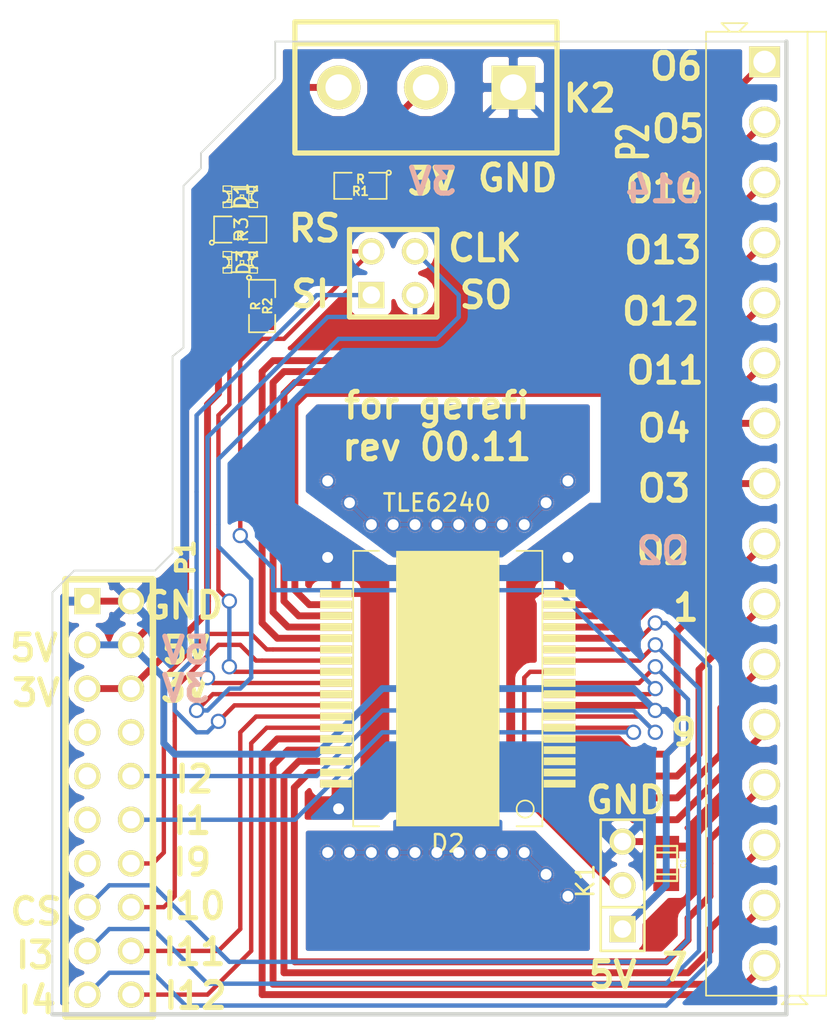
<source format=kicad_pcb>
(kicad_pcb (version 3) (host pcbnew "(2013-07-07 BZR 4022)-stable")

  (general
    (links 53)
    (no_connects 0)
    (area 120.639999 88.0856 223.928 190.510001)
    (thickness 1.6)
    (drawings 67)
    (tracks 403)
    (zones 0)
    (modules 12)
    (nets 37)
  )

  (page B)
  (layers
    (15 F.Cu signal)
    (0 B.Cu signal)
    (16 B.Adhes user)
    (17 F.Adhes user)
    (18 B.Paste user)
    (19 F.Paste user)
    (20 B.SilkS user)
    (21 F.SilkS user)
    (22 B.Mask user)
    (23 F.Mask user)
    (24 Dwgs.User user)
    (25 Cmts.User user)
    (26 Eco1.User user)
    (27 Eco2.User user hide)
    (28 Edge.Cuts user)
  )

  (setup
    (last_trace_width 0.254)
    (user_trace_width 0.254)
    (user_trace_width 0.254)
    (user_trace_width 0.39116)
    (user_trace_width 0.39116)
    (user_trace_width 0.508)
    (user_trace_width 0.508)
    (user_trace_width 0.762)
    (user_trace_width 0.762)
    (user_trace_width 1.38176)
    (user_trace_width 1.38176)
    (user_trace_width 3.6068)
    (user_trace_width 9.3472)
    (trace_clearance 0.012)
    (zone_clearance 0.4)
    (zone_45_only no)
    (trace_min 0.254)
    (segment_width 0.1)
    (edge_width 0.1)
    (via_size 0.889)
    (via_drill 0.635)
    (via_min_size 0.889)
    (via_min_drill 0.508)
    (user_via 1.016 0.508)
    (user_via 1.016 0.508)
    (user_via 1.651 1.143)
    (user_via 1.651 1.143)
    (user_via 3.6322 0.31242)
    (user_via 3.6322 0.31242)
    (uvia_size 0.508)
    (uvia_drill 0.127)
    (uvias_allowed no)
    (uvia_min_size 0.508)
    (uvia_min_drill 0.127)
    (pcb_text_width 0.3)
    (pcb_text_size 1.5 1.5)
    (mod_edge_width 0.15)
    (mod_text_size 1 1)
    (mod_text_width 0.15)
    (pad_size 1.524 1.524)
    (pad_drill 1.016)
    (pad_to_mask_clearance 0)
    (aux_axis_origin 0 0)
    (visible_elements 7FFFFF3F)
    (pcbplotparams
      (layerselection 284983297)
      (usegerberextensions true)
      (excludeedgelayer true)
      (linewidth 0.150000)
      (plotframeref false)
      (viasonmask false)
      (mode 1)
      (useauxorigin false)
      (hpglpennumber 1)
      (hpglpenspeed 20)
      (hpglpendiameter 15)
      (hpglpenoverlay 2)
      (psnegative false)
      (psa4output false)
      (plotreference true)
      (plotvalue true)
      (plotothertext true)
      (plotinvisibletext false)
      (padsonsilk false)
      (subtractmaskfromsilk false)
      (outputformat 1)
      (mirror false)
      (drillshape 0)
      (scaleselection 1)
      (outputdirectory gerber_tle6240))
  )

  (net 0 "")
  (net 1 +5V)
  (net 2 /+3.3V)
  (net 3 /CS)
  (net 4 /Fault)
  (net 5 /IN1)
  (net 6 /IN10)
  (net 7 /IN11)
  (net 8 /IN12)
  (net 9 /IN2)
  (net 10 /IN3)
  (net 11 /IN4)
  (net 12 /IN9)
  (net 13 /OUT1)
  (net 14 /OUT10)
  (net 15 /OUT11)
  (net 16 /OUT12)
  (net 17 /OUT13)
  (net 18 /OUT14)
  (net 19 /OUT15)
  (net 20 /OUT16)
  (net 21 /OUT2)
  (net 22 /OUT3)
  (net 23 /OUT4)
  (net 24 /OUT5)
  (net 25 /OUT6)
  (net 26 /OUT7)
  (net 27 /OUT8)
  (net 28 /OUT9)
  (net 29 /PRG)
  (net 30 /Reset)
  (net 31 /SCLK)
  (net 32 /SI)
  (net 33 /SO)
  (net 34 GND)
  (net 35 N-0000014)
  (net 36 N-0000023)

  (net_class Default "This is the default net class."
    (clearance 0.012)
    (trace_width 0.254)
    (via_dia 0.889)
    (via_drill 0.635)
    (uvia_dia 0.508)
    (uvia_drill 0.127)
    (add_net "")
    (add_net N-0000014)
    (add_net N-0000023)
  )

  (net_class Power ""
    (clearance 0.154)
    (trace_width 0.4)
    (via_dia 0.889)
    (via_drill 0.635)
    (uvia_dia 0.508)
    (uvia_drill 0.127)
    (add_net +5V)
    (add_net /+3.3V)
    (add_net /OUT1)
    (add_net /OUT10)
    (add_net /OUT11)
    (add_net /OUT12)
    (add_net /OUT13)
    (add_net /OUT14)
    (add_net /OUT15)
    (add_net /OUT16)
    (add_net /OUT2)
    (add_net /OUT3)
    (add_net /OUT4)
    (add_net /OUT5)
    (add_net /OUT6)
    (add_net /OUT7)
    (add_net /OUT8)
    (add_net /OUT9)
    (add_net GND)
  )

  (net_class Signal ""
    (clearance 0.154)
    (trace_width 0.254)
    (via_dia 0.889)
    (via_drill 0.635)
    (uvia_dia 0.508)
    (uvia_drill 0.127)
    (add_net /CS)
    (add_net /Fault)
    (add_net /IN1)
    (add_net /IN10)
    (add_net /IN11)
    (add_net /IN12)
    (add_net /IN2)
    (add_net /IN3)
    (add_net /IN4)
    (add_net /IN9)
    (add_net /PRG)
    (add_net /Reset)
    (add_net /SCLK)
    (add_net /SI)
    (add_net /SO)
  )

  (module SM0805 (layer F.Cu) (tedit 5091495C) (tstamp 52FB0DAD)
    (at 193.675 102.87 180)
    (path /52F8DA08)
    (attr smd)
    (fp_text reference R1 (at 0 -0.3175 180) (layer F.SilkS)
      (effects (font (size 0.50038 0.50038) (thickness 0.10922)))
    )
    (fp_text value R (at 0 0.381 180) (layer F.SilkS)
      (effects (font (size 0.50038 0.50038) (thickness 0.10922)))
    )
    (fp_circle (center -1.651 0.762) (end -1.651 0.635) (layer F.SilkS) (width 0.09906))
    (fp_line (start -0.508 0.762) (end -1.524 0.762) (layer F.SilkS) (width 0.09906))
    (fp_line (start -1.524 0.762) (end -1.524 -0.762) (layer F.SilkS) (width 0.09906))
    (fp_line (start -1.524 -0.762) (end -0.508 -0.762) (layer F.SilkS) (width 0.09906))
    (fp_line (start 0.508 -0.762) (end 1.524 -0.762) (layer F.SilkS) (width 0.09906))
    (fp_line (start 1.524 -0.762) (end 1.524 0.762) (layer F.SilkS) (width 0.09906))
    (fp_line (start 1.524 0.762) (end 0.508 0.762) (layer F.SilkS) (width 0.09906))
    (pad 1 smd rect (at -0.9525 0 180) (size 0.889 1.397)
      (layers F.Cu F.Paste F.Mask)
      (net 34 GND)
    )
    (pad 2 smd rect (at 0.9525 0 180) (size 0.889 1.397)
      (layers F.Cu F.Paste F.Mask)
      (net 36 N-0000023)
    )
    (model smd/chip_cms.wrl
      (at (xyz 0 0 0))
      (scale (xyz 0.1 0.1 0.1))
      (rotate (xyz 0 0 0))
    )
  )

  (module SM0805 (layer F.Cu) (tedit 5091495C) (tstamp 52FB0DBA)
    (at 187.96 109.855 270)
    (path /52F9D13C)
    (attr smd)
    (fp_text reference R2 (at 0 -0.3175 270) (layer F.SilkS)
      (effects (font (size 0.50038 0.50038) (thickness 0.10922)))
    )
    (fp_text value R (at 0 0.381 270) (layer F.SilkS)
      (effects (font (size 0.50038 0.50038) (thickness 0.10922)))
    )
    (fp_circle (center -1.651 0.762) (end -1.651 0.635) (layer F.SilkS) (width 0.09906))
    (fp_line (start -0.508 0.762) (end -1.524 0.762) (layer F.SilkS) (width 0.09906))
    (fp_line (start -1.524 0.762) (end -1.524 -0.762) (layer F.SilkS) (width 0.09906))
    (fp_line (start -1.524 -0.762) (end -0.508 -0.762) (layer F.SilkS) (width 0.09906))
    (fp_line (start 0.508 -0.762) (end 1.524 -0.762) (layer F.SilkS) (width 0.09906))
    (fp_line (start 1.524 -0.762) (end 1.524 0.762) (layer F.SilkS) (width 0.09906))
    (fp_line (start 1.524 0.762) (end 0.508 0.762) (layer F.SilkS) (width 0.09906))
    (pad 1 smd rect (at -0.9525 0 270) (size 0.889 1.397)
      (layers F.Cu F.Paste F.Mask)
      (net 35 N-0000014)
    )
    (pad 2 smd rect (at 0.9525 0 270) (size 0.889 1.397)
      (layers F.Cu F.Paste F.Mask)
      (net 4 /Fault)
    )
    (model smd/chip_cms.wrl
      (at (xyz 0 0 0))
      (scale (xyz 0.1 0.1 0.1))
      (rotate (xyz 0 0 0))
    )
  )

  (module PIN_ARRAY_3X1 (layer F.Cu) (tedit 52FB37A7) (tstamp 52FB0DC6)
    (at 208.915 143.51 90)
    (descr "Connecteur 3 pins")
    (tags "CONN DEV")
    (path /52FC8371)
    (fp_text reference K1 (at 0.254 -2.159 90) (layer F.SilkS)
      (effects (font (size 1.016 1.016) (thickness 0.1524)))
    )
    (fp_text value JUMPER3 (at 0 -2.159 90) (layer F.SilkS) hide
      (effects (font (size 1.016 1.016) (thickness 0.1524)))
    )
    (fp_line (start -3.81 1.27) (end -3.81 -1.27) (layer F.SilkS) (width 0.1524))
    (fp_line (start -3.81 -1.27) (end 3.81 -1.27) (layer F.SilkS) (width 0.1524))
    (fp_line (start 3.81 -1.27) (end 3.81 1.27) (layer F.SilkS) (width 0.1524))
    (fp_line (start 3.81 1.27) (end -3.81 1.27) (layer F.SilkS) (width 0.1524))
    (fp_line (start -1.27 -1.27) (end -1.27 1.27) (layer F.SilkS) (width 0.1524))
    (pad 1 thru_hole rect (at -2.54 0 90) (size 1.524 1.524) (drill 1.016)
      (layers *.Cu *.Mask F.SilkS)
      (net 1 +5V)
    )
    (pad 2 thru_hole circle (at 0 0 90) (size 1.524 1.524) (drill 1.016)
      (layers *.Cu *.Mask F.SilkS)
      (net 29 /PRG)
    )
    (pad 3 thru_hole circle (at 2.54 0 90) (size 1.524 1.524) (drill 1.016)
      (layers *.Cu *.Mask F.SilkS)
      (net 34 GND)
    )
    (model pin_array/pins_array_3x1.wrl
      (at (xyz 0 0 0))
      (scale (xyz 1 1 1))
      (rotate (xyz 0 0 0))
    )
  )

  (module PIN_ARRAY_10X2 (layer F.Cu) (tedit 541D514E) (tstamp 52FB0DE2)
    (at 179.07 138.43 270)
    (descr "Double rangee de contacts 2 x 10 pins")
    (tags CONN)
    (path /52F8BA09)
    (fp_text reference P1 (at -13.97 -4.445 270) (layer F.SilkS)
      (effects (font (size 1.016 1.016) (thickness 0.254)))
    )
    (fp_text value CONN_10X2 (at -0.1905 7.747 270) (layer F.SilkS) hide
      (effects (font (size 1.016 1.016) (thickness 0.2032)))
    )
    (fp_line (start 12.7 2.54) (end -12.7 2.54) (layer F.SilkS) (width 0.381))
    (fp_line (start -12.7 -2.54) (end 12.7 -2.54) (layer F.SilkS) (width 0.381))
    (fp_line (start -12.7 -2.54) (end -12.7 2.54) (layer F.SilkS) (width 0.381))
    (fp_line (start 12.7 2.54) (end 12.7 -2.54) (layer F.SilkS) (width 0.381))
    (pad 1 thru_hole rect (at -11.43 1.27 270) (size 1.524 1.524) (drill 0.8128)
      (layers *.Cu *.Mask F.SilkS)
      (net 34 GND)
    )
    (pad 2 thru_hole circle (at -11.43 -1.27 270) (size 1.524 1.524) (drill 1.016)
      (layers *.Cu *.Mask F.SilkS)
      (net 34 GND)
    )
    (pad 3 thru_hole circle (at -8.89 1.27 270) (size 1.524 1.524) (drill 1.016)
      (layers *.Cu *.Mask F.SilkS)
      (net 1 +5V)
    )
    (pad 4 thru_hole circle (at -8.89 -1.27 270) (size 1.524 1.524) (drill 1.016)
      (layers *.Cu *.Mask F.SilkS)
      (net 1 +5V)
    )
    (pad 5 thru_hole circle (at -6.35 1.27 270) (size 1.524 1.524) (drill 1.016)
      (layers *.Cu *.Mask F.SilkS)
      (net 2 /+3.3V)
    )
    (pad 6 thru_hole circle (at -6.35 -1.27 270) (size 1.524 1.524) (drill 1.016)
      (layers *.Cu *.Mask F.SilkS)
      (net 2 /+3.3V)
    )
    (pad 7 thru_hole circle (at -3.81 1.27 270) (size 1.524 1.524) (drill 1.016)
      (layers *.Cu *.Mask F.SilkS)
    )
    (pad 8 thru_hole circle (at -3.81 -1.27 270) (size 1.524 1.524) (drill 1.016)
      (layers *.Cu *.Mask F.SilkS)
    )
    (pad 9 thru_hole circle (at -1.27 1.27 270) (size 1.524 1.524) (drill 1.016)
      (layers *.Cu *.Mask F.SilkS)
    )
    (pad 10 thru_hole circle (at -1.27 -1.27 270) (size 1.524 1.524) (drill 1.016)
      (layers *.Cu *.Mask F.SilkS)
      (net 9 /IN2)
    )
    (pad 11 thru_hole circle (at 1.27 1.27 270) (size 1.524 1.524) (drill 1.016)
      (layers *.Cu *.Mask F.SilkS)
    )
    (pad 12 thru_hole circle (at 1.27 -1.27 270) (size 1.524 1.524) (drill 1.016)
      (layers *.Cu *.Mask F.SilkS)
      (net 5 /IN1)
    )
    (pad 13 thru_hole circle (at 3.81 1.27 270) (size 1.524 1.524) (drill 1.016)
      (layers *.Cu *.Mask F.SilkS)
    )
    (pad 14 thru_hole circle (at 3.81 -1.27 270) (size 1.524 1.524) (drill 1.016)
      (layers *.Cu *.Mask F.SilkS)
      (net 12 /IN9)
    )
    (pad 15 thru_hole circle (at 6.35 1.27 270) (size 1.524 1.524) (drill 1.016)
      (layers *.Cu *.Mask F.SilkS)
      (net 3 /CS)
    )
    (pad 16 thru_hole circle (at 6.35 -1.27 270) (size 1.524 1.524) (drill 1.016)
      (layers *.Cu *.Mask F.SilkS)
      (net 6 /IN10)
    )
    (pad 17 thru_hole circle (at 8.89 1.27 270) (size 1.524 1.524) (drill 1.016)
      (layers *.Cu *.Mask F.SilkS)
      (net 10 /IN3)
    )
    (pad 18 thru_hole circle (at 8.89 -1.27 270) (size 1.524 1.524) (drill 1.016)
      (layers *.Cu *.Mask F.SilkS)
      (net 7 /IN11)
    )
    (pad 19 thru_hole circle (at 11.43 1.27 270) (size 1.524 1.524) (drill 1.016)
      (layers *.Cu *.Mask F.SilkS)
      (net 11 /IN4)
    )
    (pad 20 thru_hole circle (at 11.43 -1.27 270) (size 1.524 1.524) (drill 1.016)
      (layers *.Cu *.Mask F.SilkS)
      (net 8 /IN12)
    )
    (model 3d/M_header_10x2.wrl
      (at (xyz 0 0 0))
      (scale (xyz 1 1 1))
      (rotate (xyz -90 0 0))
    )
  )

  (module PG-DSO-36 (layer F.Cu) (tedit 541D5102) (tstamp 52FB0E12)
    (at 198.755 132.08 180)
    (path /52F8B8AA)
    (fp_text reference D2 (at 0 -9 180) (layer F.SilkS)
      (effects (font (size 1 1) (thickness 0.15)))
    )
    (fp_text value TLE6240 (at 0.635 10.795 180) (layer F.SilkS)
      (effects (font (size 1 1) (thickness 0.15)))
    )
    (fp_circle (center -4.5 -7) (end -4.5 -7.5) (layer F.SilkS) (width 0.1))
    (fp_line (start 4 -8) (end 5.5 -8) (layer F.SilkS) (width 0.1))
    (fp_line (start 5.5 -8) (end 5.5 8) (layer F.SilkS) (width 0.1))
    (fp_line (start 5.5 8) (end 4 8) (layer F.SilkS) (width 0.1))
    (fp_line (start -5.5 -8) (end -5.5 8) (layer F.SilkS) (width 0.1))
    (fp_line (start -5.5 8) (end -4 8) (layer F.SilkS) (width 0.1))
    (fp_line (start -5.5 -8) (end -4 -8) (layer F.SilkS) (width 0.1))
    (pad 99 smd rect (at 0 0 180) (size 6 16)
      (layers F.Cu F.Paste F.SilkS F.Mask)
    )
    (pad 1 smd rect (at -6.5 -5.525 180) (size 1.85 0.45)
      (layers F.Cu F.Paste F.SilkS F.Mask)
      (net 34 GND)
    )
    (pad 2 smd rect (at -6.5 -4.875 180) (size 1.85 0.45)
      (layers F.Cu F.Paste F.SilkS F.Mask)
      (net 28 /OUT9)
    )
    (pad 3 smd rect (at -6.5 -4.225 180) (size 1.85 0.45)
      (layers F.Cu F.Paste F.SilkS F.Mask)
      (net 14 /OUT10)
    )
    (pad 4 smd rect (at -6.5 -3.575 180) (size 1.85 0.45)
      (layers F.Cu F.Paste F.SilkS F.Mask)
      (net 13 /OUT1)
    )
    (pad 5 smd rect (at -6.5 -2.925 180) (size 1.85 0.45)
      (layers F.Cu F.Paste F.SilkS F.Mask)
      (net 21 /OUT2)
    )
    (pad 6 smd rect (at -6.5 -2.275 180) (size 1.85 0.45)
      (layers F.Cu F.Paste F.SilkS F.Mask)
      (net 5 /IN1)
    )
    (pad 7 smd rect (at -6.5 -1.625 180) (size 1.85 0.45)
      (layers F.Cu F.Paste F.SilkS F.Mask)
      (net 9 /IN2)
    )
    (pad 8 smd rect (at -6.5 -0.975 180) (size 1.85 0.45)
      (layers F.Cu F.Paste F.SilkS F.Mask)
      (net 1 +5V)
    )
    (pad 9 smd rect (at -6.5 -0.325 180) (size 1.85 0.45)
      (layers F.Cu F.Paste F.SilkS F.Mask)
      (net 30 /Reset)
    )
    (pad 10 smd rect (at -6.5 0.325 180) (size 1.85 0.45)
      (layers F.Cu F.Paste F.SilkS F.Mask)
      (net 3 /CS)
    )
    (pad 11 smd rect (at -6.5 0.975 180) (size 1.85 0.45)
      (layers F.Cu F.Paste F.SilkS F.Mask)
      (net 29 /PRG)
    )
    (pad 12 smd rect (at -6.5 1.625 180) (size 1.85 0.45)
      (layers F.Cu F.Paste F.SilkS F.Mask)
      (net 10 /IN3)
    )
    (pad 13 smd rect (at -6.5 2.275 180) (size 1.85 0.45)
      (layers F.Cu F.Paste F.SilkS F.Mask)
      (net 11 /IN4)
    )
    (pad 14 smd rect (at -6.5 2.925 180) (size 1.85 0.45)
      (layers F.Cu F.Paste F.SilkS F.Mask)
      (net 22 /OUT3)
    )
    (pad 15 smd rect (at -6.5 3.575 180) (size 1.85 0.45)
      (layers F.Cu F.Paste F.SilkS F.Mask)
      (net 23 /OUT4)
    )
    (pad 16 smd rect (at -6.5 4.225 180) (size 1.85 0.45)
      (layers F.Cu F.Paste F.SilkS F.Mask)
      (net 15 /OUT11)
    )
    (pad 17 smd rect (at -6.5 4.875 180) (size 1.85 0.45)
      (layers F.Cu F.Paste F.SilkS F.Mask)
      (net 16 /OUT12)
    )
    (pad 18 smd rect (at -6.5 5.525 180) (size 1.85 0.45)
      (layers F.Cu F.Paste F.SilkS F.Mask)
      (net 34 GND)
    )
    (pad 19 smd rect (at 6.5 5.525 180) (size 1.85 0.45)
      (layers F.Cu F.Paste F.SilkS F.Mask)
      (net 34 GND)
    )
    (pad 20 smd rect (at 6.5 4.875 180) (size 1.85 0.45)
      (layers F.Cu F.Paste F.SilkS F.Mask)
      (net 17 /OUT13)
    )
    (pad 21 smd rect (at 6.5 4.225 180) (size 1.85 0.45)
      (layers F.Cu F.Paste F.SilkS F.Mask)
      (net 18 /OUT14)
    )
    (pad 22 smd rect (at 6.5 3.575 180) (size 1.85 0.45)
      (layers F.Cu F.Paste F.SilkS F.Mask)
      (net 24 /OUT5)
    )
    (pad 23 smd rect (at 6.5 2.925 180) (size 1.85 0.45)
      (layers F.Cu F.Paste F.SilkS F.Mask)
      (net 25 /OUT6)
    )
    (pad 24 smd rect (at 6.5 2.275 180) (size 1.85 0.45)
      (layers F.Cu F.Paste F.SilkS F.Mask)
      (net 12 /IN9)
    )
    (pad 25 smd rect (at 6.5 1.625 180) (size 1.85 0.45)
      (layers F.Cu F.Paste F.SilkS F.Mask)
      (net 6 /IN10)
    )
    (pad 26 smd rect (at 6.5 0.975 180) (size 1.85 0.45)
      (layers F.Cu F.Paste F.SilkS F.Mask)
      (net 4 /Fault)
    )
    (pad 27 smd rect (at 6.5 0.325 180) (size 1.85 0.45)
      (layers F.Cu F.Paste F.SilkS F.Mask)
      (net 33 /SO)
    )
    (pad 28 smd rect (at 6.5 -0.325 180) (size 1.85 0.45)
      (layers F.Cu F.Paste F.SilkS F.Mask)
      (net 31 /SCLK)
    )
    (pad 29 smd rect (at 6.5 -0.975 180) (size 1.85 0.45)
      (layers F.Cu F.Paste F.SilkS F.Mask)
      (net 32 /SI)
    )
    (pad 30 smd rect (at 6.5 -1.625 180) (size 1.85 0.45)
      (layers F.Cu F.Paste F.SilkS F.Mask)
      (net 7 /IN11)
    )
    (pad 31 smd rect (at 6.5 -2.275 180) (size 1.85 0.45)
      (layers F.Cu F.Paste F.SilkS F.Mask)
      (net 8 /IN12)
    )
    (pad 32 smd rect (at 6.5 -2.925 180) (size 1.85 0.45)
      (layers F.Cu F.Paste F.SilkS F.Mask)
      (net 26 /OUT7)
    )
    (pad 33 smd rect (at 6.5 -3.575 180) (size 1.85 0.45)
      (layers F.Cu F.Paste F.SilkS F.Mask)
      (net 27 /OUT8)
    )
    (pad 34 smd rect (at 6.5 -4.225 180) (size 1.85 0.45)
      (layers F.Cu F.Paste F.SilkS F.Mask)
      (net 19 /OUT15)
    )
    (pad 35 smd rect (at 6.5 -4.875 180) (size 1.85 0.45)
      (layers F.Cu F.Paste F.SilkS F.Mask)
      (net 20 /OUT16)
    )
    (pad 36 smd rect (at 6.5 -5.525 180) (size 1.85 0.45)
      (layers F.Cu F.Paste F.SilkS F.Mask)
      (net 34 GND)
    )
  )

  (module LED-0805 (layer F.Cu) (tedit 5383B3BB) (tstamp 52FB0E4D)
    (at 186.69 103.505)
    (descr "LED 0805 smd package")
    (tags "LED 0805 SMD")
    (path /52F8D9F4)
    (attr smd)
    (fp_text reference D1 (at 0.0635 -0.0635 90) (layer F.SilkS)
      (effects (font (size 0.762 0.762) (thickness 0.127)))
    )
    (fp_text value LED (at 0 1.27) (layer F.SilkS) hide
      (effects (font (size 0.762 0.762) (thickness 0.127)))
    )
    (fp_line (start 0.49784 0.29972) (end 0.49784 0.62484) (layer F.SilkS) (width 0.06604))
    (fp_line (start 0.49784 0.62484) (end 0.99822 0.62484) (layer F.SilkS) (width 0.06604))
    (fp_line (start 0.99822 0.29972) (end 0.99822 0.62484) (layer F.SilkS) (width 0.06604))
    (fp_line (start 0.49784 0.29972) (end 0.99822 0.29972) (layer F.SilkS) (width 0.06604))
    (fp_line (start 0.49784 -0.32258) (end 0.49784 -0.17272) (layer F.SilkS) (width 0.06604))
    (fp_line (start 0.49784 -0.17272) (end 0.7493 -0.17272) (layer F.SilkS) (width 0.06604))
    (fp_line (start 0.7493 -0.32258) (end 0.7493 -0.17272) (layer F.SilkS) (width 0.06604))
    (fp_line (start 0.49784 -0.32258) (end 0.7493 -0.32258) (layer F.SilkS) (width 0.06604))
    (fp_line (start 0.49784 0.17272) (end 0.49784 0.32258) (layer F.SilkS) (width 0.06604))
    (fp_line (start 0.49784 0.32258) (end 0.7493 0.32258) (layer F.SilkS) (width 0.06604))
    (fp_line (start 0.7493 0.17272) (end 0.7493 0.32258) (layer F.SilkS) (width 0.06604))
    (fp_line (start 0.49784 0.17272) (end 0.7493 0.17272) (layer F.SilkS) (width 0.06604))
    (fp_line (start 0.49784 -0.19812) (end 0.49784 0.19812) (layer F.SilkS) (width 0.06604))
    (fp_line (start 0.49784 0.19812) (end 0.6731 0.19812) (layer F.SilkS) (width 0.06604))
    (fp_line (start 0.6731 -0.19812) (end 0.6731 0.19812) (layer F.SilkS) (width 0.06604))
    (fp_line (start 0.49784 -0.19812) (end 0.6731 -0.19812) (layer F.SilkS) (width 0.06604))
    (fp_line (start -0.99822 0.29972) (end -0.99822 0.62484) (layer F.SilkS) (width 0.06604))
    (fp_line (start -0.99822 0.62484) (end -0.49784 0.62484) (layer F.SilkS) (width 0.06604))
    (fp_line (start -0.49784 0.29972) (end -0.49784 0.62484) (layer F.SilkS) (width 0.06604))
    (fp_line (start -0.99822 0.29972) (end -0.49784 0.29972) (layer F.SilkS) (width 0.06604))
    (fp_line (start -0.99822 -0.62484) (end -0.99822 -0.29972) (layer F.SilkS) (width 0.06604))
    (fp_line (start -0.99822 -0.29972) (end -0.49784 -0.29972) (layer F.SilkS) (width 0.06604))
    (fp_line (start -0.49784 -0.62484) (end -0.49784 -0.29972) (layer F.SilkS) (width 0.06604))
    (fp_line (start -0.99822 -0.62484) (end -0.49784 -0.62484) (layer F.SilkS) (width 0.06604))
    (fp_line (start -0.7493 0.17272) (end -0.7493 0.32258) (layer F.SilkS) (width 0.06604))
    (fp_line (start -0.7493 0.32258) (end -0.49784 0.32258) (layer F.SilkS) (width 0.06604))
    (fp_line (start -0.49784 0.17272) (end -0.49784 0.32258) (layer F.SilkS) (width 0.06604))
    (fp_line (start -0.7493 0.17272) (end -0.49784 0.17272) (layer F.SilkS) (width 0.06604))
    (fp_line (start -0.7493 -0.32258) (end -0.7493 -0.17272) (layer F.SilkS) (width 0.06604))
    (fp_line (start -0.7493 -0.17272) (end -0.49784 -0.17272) (layer F.SilkS) (width 0.06604))
    (fp_line (start -0.49784 -0.32258) (end -0.49784 -0.17272) (layer F.SilkS) (width 0.06604))
    (fp_line (start -0.7493 -0.32258) (end -0.49784 -0.32258) (layer F.SilkS) (width 0.06604))
    (fp_line (start -0.6731 -0.19812) (end -0.6731 0.19812) (layer F.SilkS) (width 0.06604))
    (fp_line (start -0.6731 0.19812) (end -0.49784 0.19812) (layer F.SilkS) (width 0.06604))
    (fp_line (start -0.49784 -0.19812) (end -0.49784 0.19812) (layer F.SilkS) (width 0.06604))
    (fp_line (start -0.6731 -0.19812) (end -0.49784 -0.19812) (layer F.SilkS) (width 0.06604))
    (fp_line (start 0 -0.09906) (end 0 0.09906) (layer F.SilkS) (width 0.06604))
    (fp_line (start 0 0.09906) (end 0.19812 0.09906) (layer F.SilkS) (width 0.06604))
    (fp_line (start 0.19812 -0.09906) (end 0.19812 0.09906) (layer F.SilkS) (width 0.06604))
    (fp_line (start 0 -0.09906) (end 0.19812 -0.09906) (layer F.SilkS) (width 0.06604))
    (fp_line (start 0.49784 -0.59944) (end 0.49784 -0.29972) (layer F.SilkS) (width 0.06604))
    (fp_line (start 0.49784 -0.29972) (end 0.79756 -0.29972) (layer F.SilkS) (width 0.06604))
    (fp_line (start 0.79756 -0.59944) (end 0.79756 -0.29972) (layer F.SilkS) (width 0.06604))
    (fp_line (start 0.49784 -0.59944) (end 0.79756 -0.59944) (layer F.SilkS) (width 0.06604))
    (fp_line (start 0.92456 -0.62484) (end 0.92456 -0.39878) (layer F.SilkS) (width 0.06604))
    (fp_line (start 0.92456 -0.39878) (end 0.99822 -0.39878) (layer F.SilkS) (width 0.06604))
    (fp_line (start 0.99822 -0.62484) (end 0.99822 -0.39878) (layer F.SilkS) (width 0.06604))
    (fp_line (start 0.92456 -0.62484) (end 0.99822 -0.62484) (layer F.SilkS) (width 0.06604))
    (fp_line (start 0.52324 0.57404) (end -0.52324 0.57404) (layer F.SilkS) (width 0.1016))
    (fp_line (start -0.49784 -0.57404) (end 0.92456 -0.57404) (layer F.SilkS) (width 0.1016))
    (fp_circle (center 0.84836 -0.44958) (end 0.89916 -0.50038) (layer F.SilkS) (width 0.0508))
    (fp_arc (start 0.99822 0) (end 0.99822 0.34798) (angle 180) (layer F.SilkS) (width 0.1016))
    (fp_arc (start -0.99822 0) (end -0.99822 -0.34798) (angle 180) (layer F.SilkS) (width 0.1016))
    (pad 1 smd rect (at -1.04902 0) (size 1.19888 1.19888)
      (layers F.Cu F.Paste F.Mask)
      (net 1 +5V)
    )
    (pad 2 smd rect (at 1.04902 0) (size 1.19888 1.19888)
      (layers F.Cu F.Paste F.Mask)
      (net 36 N-0000023)
    )
  )

  (module LED-0805 (layer F.Cu) (tedit 5383B3B1) (tstamp 52FB0E88)
    (at 186.69 107.315)
    (descr "LED 0805 smd package")
    (tags "LED 0805 SMD")
    (path /52F9D123)
    (attr smd)
    (fp_text reference D3 (at 0.1905 0 90) (layer F.SilkS)
      (effects (font (size 0.762 0.762) (thickness 0.127)))
    )
    (fp_text value LED (at 0 1.27) (layer F.SilkS) hide
      (effects (font (size 0.762 0.762) (thickness 0.127)))
    )
    (fp_line (start 0.49784 0.29972) (end 0.49784 0.62484) (layer F.SilkS) (width 0.06604))
    (fp_line (start 0.49784 0.62484) (end 0.99822 0.62484) (layer F.SilkS) (width 0.06604))
    (fp_line (start 0.99822 0.29972) (end 0.99822 0.62484) (layer F.SilkS) (width 0.06604))
    (fp_line (start 0.49784 0.29972) (end 0.99822 0.29972) (layer F.SilkS) (width 0.06604))
    (fp_line (start 0.49784 -0.32258) (end 0.49784 -0.17272) (layer F.SilkS) (width 0.06604))
    (fp_line (start 0.49784 -0.17272) (end 0.7493 -0.17272) (layer F.SilkS) (width 0.06604))
    (fp_line (start 0.7493 -0.32258) (end 0.7493 -0.17272) (layer F.SilkS) (width 0.06604))
    (fp_line (start 0.49784 -0.32258) (end 0.7493 -0.32258) (layer F.SilkS) (width 0.06604))
    (fp_line (start 0.49784 0.17272) (end 0.49784 0.32258) (layer F.SilkS) (width 0.06604))
    (fp_line (start 0.49784 0.32258) (end 0.7493 0.32258) (layer F.SilkS) (width 0.06604))
    (fp_line (start 0.7493 0.17272) (end 0.7493 0.32258) (layer F.SilkS) (width 0.06604))
    (fp_line (start 0.49784 0.17272) (end 0.7493 0.17272) (layer F.SilkS) (width 0.06604))
    (fp_line (start 0.49784 -0.19812) (end 0.49784 0.19812) (layer F.SilkS) (width 0.06604))
    (fp_line (start 0.49784 0.19812) (end 0.6731 0.19812) (layer F.SilkS) (width 0.06604))
    (fp_line (start 0.6731 -0.19812) (end 0.6731 0.19812) (layer F.SilkS) (width 0.06604))
    (fp_line (start 0.49784 -0.19812) (end 0.6731 -0.19812) (layer F.SilkS) (width 0.06604))
    (fp_line (start -0.99822 0.29972) (end -0.99822 0.62484) (layer F.SilkS) (width 0.06604))
    (fp_line (start -0.99822 0.62484) (end -0.49784 0.62484) (layer F.SilkS) (width 0.06604))
    (fp_line (start -0.49784 0.29972) (end -0.49784 0.62484) (layer F.SilkS) (width 0.06604))
    (fp_line (start -0.99822 0.29972) (end -0.49784 0.29972) (layer F.SilkS) (width 0.06604))
    (fp_line (start -0.99822 -0.62484) (end -0.99822 -0.29972) (layer F.SilkS) (width 0.06604))
    (fp_line (start -0.99822 -0.29972) (end -0.49784 -0.29972) (layer F.SilkS) (width 0.06604))
    (fp_line (start -0.49784 -0.62484) (end -0.49784 -0.29972) (layer F.SilkS) (width 0.06604))
    (fp_line (start -0.99822 -0.62484) (end -0.49784 -0.62484) (layer F.SilkS) (width 0.06604))
    (fp_line (start -0.7493 0.17272) (end -0.7493 0.32258) (layer F.SilkS) (width 0.06604))
    (fp_line (start -0.7493 0.32258) (end -0.49784 0.32258) (layer F.SilkS) (width 0.06604))
    (fp_line (start -0.49784 0.17272) (end -0.49784 0.32258) (layer F.SilkS) (width 0.06604))
    (fp_line (start -0.7493 0.17272) (end -0.49784 0.17272) (layer F.SilkS) (width 0.06604))
    (fp_line (start -0.7493 -0.32258) (end -0.7493 -0.17272) (layer F.SilkS) (width 0.06604))
    (fp_line (start -0.7493 -0.17272) (end -0.49784 -0.17272) (layer F.SilkS) (width 0.06604))
    (fp_line (start -0.49784 -0.32258) (end -0.49784 -0.17272) (layer F.SilkS) (width 0.06604))
    (fp_line (start -0.7493 -0.32258) (end -0.49784 -0.32258) (layer F.SilkS) (width 0.06604))
    (fp_line (start -0.6731 -0.19812) (end -0.6731 0.19812) (layer F.SilkS) (width 0.06604))
    (fp_line (start -0.6731 0.19812) (end -0.49784 0.19812) (layer F.SilkS) (width 0.06604))
    (fp_line (start -0.49784 -0.19812) (end -0.49784 0.19812) (layer F.SilkS) (width 0.06604))
    (fp_line (start -0.6731 -0.19812) (end -0.49784 -0.19812) (layer F.SilkS) (width 0.06604))
    (fp_line (start 0 -0.09906) (end 0 0.09906) (layer F.SilkS) (width 0.06604))
    (fp_line (start 0 0.09906) (end 0.19812 0.09906) (layer F.SilkS) (width 0.06604))
    (fp_line (start 0.19812 -0.09906) (end 0.19812 0.09906) (layer F.SilkS) (width 0.06604))
    (fp_line (start 0 -0.09906) (end 0.19812 -0.09906) (layer F.SilkS) (width 0.06604))
    (fp_line (start 0.49784 -0.59944) (end 0.49784 -0.29972) (layer F.SilkS) (width 0.06604))
    (fp_line (start 0.49784 -0.29972) (end 0.79756 -0.29972) (layer F.SilkS) (width 0.06604))
    (fp_line (start 0.79756 -0.59944) (end 0.79756 -0.29972) (layer F.SilkS) (width 0.06604))
    (fp_line (start 0.49784 -0.59944) (end 0.79756 -0.59944) (layer F.SilkS) (width 0.06604))
    (fp_line (start 0.92456 -0.62484) (end 0.92456 -0.39878) (layer F.SilkS) (width 0.06604))
    (fp_line (start 0.92456 -0.39878) (end 0.99822 -0.39878) (layer F.SilkS) (width 0.06604))
    (fp_line (start 0.99822 -0.62484) (end 0.99822 -0.39878) (layer F.SilkS) (width 0.06604))
    (fp_line (start 0.92456 -0.62484) (end 0.99822 -0.62484) (layer F.SilkS) (width 0.06604))
    (fp_line (start 0.52324 0.57404) (end -0.52324 0.57404) (layer F.SilkS) (width 0.1016))
    (fp_line (start -0.49784 -0.57404) (end 0.92456 -0.57404) (layer F.SilkS) (width 0.1016))
    (fp_circle (center 0.84836 -0.44958) (end 0.89916 -0.50038) (layer F.SilkS) (width 0.0508))
    (fp_arc (start 0.99822 0) (end 0.99822 0.34798) (angle 180) (layer F.SilkS) (width 0.1016))
    (fp_arc (start -0.99822 0) (end -0.99822 -0.34798) (angle 180) (layer F.SilkS) (width 0.1016))
    (pad 1 smd rect (at -1.04902 0) (size 1.19888 1.19888)
      (layers F.Cu F.Paste F.Mask)
      (net 1 +5V)
    )
    (pad 2 smd rect (at 1.04902 0) (size 1.19888 1.19888)
      (layers F.Cu F.Paste F.Mask)
      (net 35 N-0000014)
    )
  )

  (module c_0805 (layer F.Cu) (tedit 49047394) (tstamp 52FB0E94)
    (at 211.455 142.24 270)
    (descr "SMT capacitor, 0805")
    (path /52F8B996)
    (fp_text reference C1 (at 0 -0.9906 270) (layer F.SilkS)
      (effects (font (size 0.29972 0.29972) (thickness 0.06096)))
    )
    (fp_text value C (at 0 0.9906 270) (layer F.SilkS) hide
      (effects (font (size 0.29972 0.29972) (thickness 0.06096)))
    )
    (fp_line (start 0.635 -0.635) (end 0.635 0.635) (layer F.SilkS) (width 0.127))
    (fp_line (start -0.635 -0.635) (end -0.635 0.6096) (layer F.SilkS) (width 0.127))
    (fp_line (start -1.016 -0.635) (end 1.016 -0.635) (layer F.SilkS) (width 0.127))
    (fp_line (start 1.016 -0.635) (end 1.016 0.635) (layer F.SilkS) (width 0.127))
    (fp_line (start 1.016 0.635) (end -1.016 0.635) (layer F.SilkS) (width 0.127))
    (fp_line (start -1.016 0.635) (end -1.016 -0.635) (layer F.SilkS) (width 0.127))
    (pad 1 smd rect (at 0.9525 0 270) (size 1.30048 1.4986)
      (layers F.Cu F.Paste F.Mask)
      (net 1 +5V)
    )
    (pad 2 smd rect (at -0.9525 0 270) (size 1.30048 1.4986)
      (layers F.Cu F.Paste F.Mask)
      (net 34 GND)
    )
    (model smd/capacitors/c_0805.wrl
      (at (xyz 0 0 0))
      (scale (xyz 1 1 1))
      (rotate (xyz 0 0 0))
    )
  )

  (module bornier3 (layer F.Cu) (tedit 541D50EB) (tstamp 52FB1633)
    (at 197.485 97.155 180)
    (descr "Bornier d'alimentation 3 pins")
    (tags DEV)
    (path /52FB13F1)
    (fp_text reference K2 (at -9.525 -0.635 180) (layer F.SilkS)
      (effects (font (size 1.524 1.524) (thickness 0.3048)))
    )
    (fp_text value CONN_3 (at -1.524 8.001 180) (layer F.SilkS) hide
      (effects (font (size 1.524 1.524) (thickness 0.3048)))
    )
    (fp_line (start -7.62 3.81) (end -7.62 -3.81) (layer F.SilkS) (width 0.3048))
    (fp_line (start 7.62 3.81) (end 7.62 -3.81) (layer F.SilkS) (width 0.3048))
    (fp_line (start -7.62 2.54) (end 7.62 2.54) (layer F.SilkS) (width 0.3048))
    (fp_line (start -7.62 -3.81) (end 7.62 -3.81) (layer F.SilkS) (width 0.3048))
    (fp_line (start -7.62 3.81) (end 7.62 3.81) (layer F.SilkS) (width 0.3048))
    (pad 1 thru_hole rect (at -5.08 0 180) (size 2.54 2.54) (drill 1.524)
      (layers *.Cu *.Mask F.SilkS)
      (net 34 GND)
    )
    (pad 2 thru_hole circle (at 0 0 180) (size 2.54 2.54) (drill 1.524)
      (layers *.Cu *.Mask F.SilkS)
      (net 2 /+3.3V)
    )
    (pad 3 thru_hole circle (at 5.08 0 180) (size 2.54 2.54) (drill 1.524)
      (layers *.Cu *.Mask F.SilkS)
      (net 1 +5V)
    )
    (model device/bornier_3.wrl
      (at (xyz 0 0 0))
      (scale (xyz 1 1 1))
      (rotate (xyz 0 0 0))
    )
  )

  (module SIL-16_3.5MM (layer F.Cu) (tedit 541D5133) (tstamp 52FB39C7)
    (at 217.17 121.92 270)
    (descr "14 PIN 3.5MM")
    (path /52FB1B2B)
    (fp_text reference P2 (at -21.59 7.62 270) (layer F.SilkS)
      (effects (font (size 1.72974 1.08712) (thickness 0.27178)))
    )
    (fp_text value CONN_16 (at 0 -5.715 270) (layer F.SilkS) hide
      (effects (font (size 1.524 1.016) (thickness 0.254)))
    )
    (fp_line (start -28 2) (end -28.5 2.5) (layer F.SilkS) (width 0.09906))
    (fp_line (start -28.5 2.5) (end -28.5 1.5) (layer F.SilkS) (width 0.09906))
    (fp_line (start -28.5 1.5) (end -28.5 1) (layer F.SilkS) (width 0.09906))
    (fp_line (start -28.5 1) (end -28 1.5) (layer F.SilkS) (width 0.09906))
    (fp_line (start 28 -2) (end 28.5 -2.5) (layer F.SilkS) (width 0.09906))
    (fp_line (start 28.5 -2.5) (end 28.5 -1.5) (layer F.SilkS) (width 0.09906))
    (fp_line (start 28.5 -1.5) (end 28.5 -1) (layer F.SilkS) (width 0.09906))
    (fp_line (start 28.5 -1) (end 28 -1.5) (layer F.SilkS) (width 0.09906))
    (fp_line (start -28 -2.5) (end 28 -2.5) (layer F.SilkS) (width 0.09906))
    (fp_line (start -28 -3.6) (end 28 -3.6) (layer F.SilkS) (width 0.09906))
    (fp_line (start 28 -3.6) (end 28 3.4) (layer F.SilkS) (width 0.09906))
    (fp_line (start 28 3.4) (end -28 3.4) (layer F.SilkS) (width 0.09906))
    (fp_line (start -28 3.4) (end -28 -3.6) (layer F.SilkS) (width 0.09906))
    (pad 16 thru_hole circle (at 26.25 0 270) (size 1.8 1.8) (drill 1.3)
      (layers *.Cu *.Mask F.SilkS)
      (net 26 /OUT7)
    )
    (pad 15 thru_hole circle (at 22.75 0 270) (size 1.8 1.8) (drill 1.3)
      (layers *.Cu *.Mask F.SilkS)
      (net 27 /OUT8)
    )
    (pad 1 thru_hole rect (at -26.25 0 270) (size 1.8 1.8) (drill 1.3)
      (layers *.Cu *.Mask F.SilkS)
      (net 25 /OUT6)
    )
    (pad 2 thru_hole circle (at -22.75 0 270) (size 1.8 1.8) (drill 1.3)
      (layers *.Cu *.Mask F.SilkS)
      (net 24 /OUT5)
    )
    (pad 3 thru_hole circle (at -19.25 0 270) (size 1.8 1.8) (drill 1.3)
      (layers *.Cu *.Mask F.SilkS)
      (net 18 /OUT14)
    )
    (pad 4 thru_hole circle (at -15.75 0 270) (size 1.8 1.8) (drill 1.3)
      (layers *.Cu *.Mask F.SilkS)
      (net 17 /OUT13)
    )
    (pad 5 thru_hole circle (at -12.25 0 270) (size 1.8 1.8) (drill 1.3)
      (layers *.Cu *.Mask F.SilkS)
      (net 16 /OUT12)
    )
    (pad 6 thru_hole circle (at -8.75 0 270) (size 1.8 1.8) (drill 1.3)
      (layers *.Cu *.Mask F.SilkS)
      (net 15 /OUT11)
    )
    (pad 7 thru_hole circle (at -5.25 0 270) (size 1.8 1.8) (drill 1.3)
      (layers *.Cu *.Mask F.SilkS)
      (net 23 /OUT4)
    )
    (pad 8 thru_hole circle (at -1.75 0 270) (size 1.8 1.8) (drill 1.3)
      (layers *.Cu *.Mask F.SilkS)
      (net 22 /OUT3)
    )
    (pad 9 thru_hole circle (at 1.75 0 270) (size 1.8 1.8) (drill 1.3)
      (layers *.Cu *.Mask F.SilkS)
      (net 21 /OUT2)
    )
    (pad 10 thru_hole circle (at 5.25 0 270) (size 1.8 1.8) (drill 1.3)
      (layers *.Cu *.Mask F.SilkS)
      (net 13 /OUT1)
    )
    (pad 11 thru_hole circle (at 8.75 0 270) (size 1.8 1.8) (drill 1.3)
      (layers *.Cu *.Mask F.SilkS)
      (net 14 /OUT10)
    )
    (pad 12 thru_hole circle (at 12.25 0 270) (size 1.8 1.8) (drill 1.3)
      (layers *.Cu *.Mask F.SilkS)
      (net 28 /OUT9)
    )
    (pad 13 thru_hole circle (at 15.75 0 270) (size 1.8 1.8) (drill 1.3)
      (layers *.Cu *.Mask F.SilkS)
      (net 20 /OUT16)
    )
    (pad 14 thru_hole circle (at 19.25 0 270) (size 1.8 1.8) (drill 1.3)
      (layers *.Cu *.Mask F.SilkS)
      (net 19 /OUT15)
    )
    (model device/bornier_6.wrl
      (at (xyz -0.5 0 0))
      (scale (xyz 1 1 1))
      (rotate (xyz 0 0 0))
    )
    (model device/bornier_6.wrl
      (at (xyz 0.5 0 0))
      (scale (xyz 1 1 1))
      (rotate (xyz 0 0 0))
    )
  )

  (module SM0805 (layer F.Cu) (tedit 5383B3D6) (tstamp 52FB3B6F)
    (at 186.69 105.41)
    (path /52FB23F7)
    (attr smd)
    (fp_text reference R3 (at 0.0635 0 90) (layer F.SilkS)
      (effects (font (size 0.762 0.762) (thickness 0.10922)))
    )
    (fp_text value R (at 0 0.381) (layer F.SilkS)
      (effects (font (size 0.50038 0.50038) (thickness 0.10922)))
    )
    (fp_circle (center -1.651 0.762) (end -1.651 0.635) (layer F.SilkS) (width 0.09906))
    (fp_line (start -0.508 0.762) (end -1.524 0.762) (layer F.SilkS) (width 0.09906))
    (fp_line (start -1.524 0.762) (end -1.524 -0.762) (layer F.SilkS) (width 0.09906))
    (fp_line (start -1.524 -0.762) (end -0.508 -0.762) (layer F.SilkS) (width 0.09906))
    (fp_line (start 0.508 -0.762) (end 1.524 -0.762) (layer F.SilkS) (width 0.09906))
    (fp_line (start 1.524 -0.762) (end 1.524 0.762) (layer F.SilkS) (width 0.09906))
    (fp_line (start 1.524 0.762) (end 0.508 0.762) (layer F.SilkS) (width 0.09906))
    (pad 1 smd rect (at -0.9525 0) (size 0.889 1.397)
      (layers F.Cu F.Paste F.Mask)
      (net 1 +5V)
    )
    (pad 2 smd rect (at 0.9525 0) (size 0.889 1.397)
      (layers F.Cu F.Paste F.Mask)
      (net 30 /Reset)
    )
    (model smd/chip_cms.wrl
      (at (xyz 0 0 0))
      (scale (xyz 0.1 0.1 0.1))
      (rotate (xyz 0 0 0))
    )
  )

  (module PIN_ARRAY_2X2 (layer F.Cu) (tedit 5383B3DC) (tstamp 52FB3B7B)
    (at 195.58 107.95)
    (descr "Double rangee de contacts 2 x 2 pins")
    (tags CONN)
    (path /52FB2102)
    (fp_text reference P3 (at -0.381 -3.429) (layer F.SilkS) hide
      (effects (font (size 1.016 1.016) (thickness 0.2032)))
    )
    (fp_text value CONN_2X2 (at 0 3.048) (layer F.SilkS) hide
      (effects (font (size 1.016 1.016) (thickness 0.2032)))
    )
    (fp_line (start -2.54 -2.54) (end 2.54 -2.54) (layer F.SilkS) (width 0.3048))
    (fp_line (start 2.54 -2.54) (end 2.54 2.54) (layer F.SilkS) (width 0.3048))
    (fp_line (start 2.54 2.54) (end -2.54 2.54) (layer F.SilkS) (width 0.3048))
    (fp_line (start -2.54 2.54) (end -2.54 -2.54) (layer F.SilkS) (width 0.3048))
    (pad 1 thru_hole rect (at -1.27 1.27) (size 1.524 1.524) (drill 1.016)
      (layers *.Cu *.Mask F.SilkS)
      (net 32 /SI)
    )
    (pad 2 thru_hole circle (at -1.27 -1.27) (size 1.524 1.524) (drill 1.016)
      (layers *.Cu *.Mask F.SilkS)
      (net 30 /Reset)
    )
    (pad 3 thru_hole circle (at 1.27 1.27) (size 1.524 1.524) (drill 1.016)
      (layers *.Cu *.Mask F.SilkS)
      (net 33 /SO)
    )
    (pad 4 thru_hole circle (at 1.27 -1.27) (size 1.524 1.524) (drill 1.016)
      (layers *.Cu *.Mask F.SilkS)
      (net 31 /SCLK)
    )
    (model pin_array/pins_array_2x2.wrl
      (at (xyz 0 0 0))
      (scale (xyz 1 1 1))
      (rotate (xyz 0 0 0))
    )
  )

  (gr_text "for gerefi\nrev 00.11" (at 198.12 116.84) (layer F.SilkS)
    (effects (font (size 1.5 1.5) (thickness 0.3)))
  )
  (gr_text GND (at 183.388 127.254) (layer F.SilkS)
    (effects (font (size 1.5 1.5) (thickness 0.3)))
  )
  (gr_text 3V (at 183.515 132.08) (layer B.SilkS)
    (effects (font (size 1.5 1.5) (thickness 0.3)) (justify mirror))
  )
  (gr_text 3V (at 183.4515 132.08) (layer F.SilkS)
    (effects (font (size 1.5 1.5) (thickness 0.3)))
  )
  (gr_text 5V (at 183.515 129.8575) (layer B.SilkS)
    (effects (font (size 1.5 1.5) (thickness 0.3)) (justify mirror))
  )
  (gr_text 5V (at 183.515 129.8575) (layer F.SilkS)
    (effects (font (size 1.5 1.5) (thickness 0.3)))
  )
  (gr_text GND (at 209.1055 138.557) (layer F.SilkS)
    (effects (font (size 1.5 1.5) (thickness 0.3)))
  )
  (gr_text 5V (at 208.3435 148.717) (layer F.SilkS)
    (effects (font (size 1.5 1.5) (thickness 0.3)))
  )
  (gr_text 7 (at 211.963 148.2725) (layer F.SilkS)
    (effects (font (size 1.5 1.5) (thickness 0.3)))
  )
  (gr_text 9 (at 212.471 134.62) (layer F.SilkS)
    (effects (font (size 1.5 1.5) (thickness 0.3)))
  )
  (gr_text 1 (at 212.598 127.381) (layer F.SilkS)
    (effects (font (size 1.5 1.5) (thickness 0.3)))
  )
  (gr_text O2 (at 211.2645 124.079) (layer B.SilkS)
    (effects (font (size 1.5 1.5) (thickness 0.3)) (justify mirror))
  )
  (gr_text I2 (at 184.023 137.3505) (layer F.SilkS)
    (effects (font (size 1.5 1.5) (thickness 0.3)))
  )
  (gr_text I1 (at 183.896 139.7635) (layer F.SilkS)
    (effects (font (size 1.5 1.5) (thickness 0.3)))
  )
  (gr_text I9 (at 183.896 142.1765) (layer F.SilkS)
    (effects (font (size 1.5 1.5) (thickness 0.3)))
  )
  (gr_text I10 (at 184.023 144.7165) (layer F.SilkS)
    (effects (font (size 1.5 1.5) (thickness 0.3)))
  )
  (gr_text I11 (at 184.023 147.3835) (layer F.SilkS)
    (effects (font (size 1.5 1.5) (thickness 0.3)))
  )
  (gr_text I12 (at 184.0865 149.9235) (layer F.SilkS)
    (effects (font (size 1.5 1.5) (thickness 0.3)))
  )
  (gr_text CS (at 174.8155 145.034) (layer F.SilkS)
    (effects (font (size 1.5 1.5) (thickness 0.3)))
  )
  (gr_text I3 (at 174.752 147.574) (layer F.SilkS)
    (effects (font (size 1.5 1.5) (thickness 0.3)))
  )
  (gr_text I4 (at 174.879 150.1775) (layer F.SilkS)
    (effects (font (size 1.5 1.5) (thickness 0.3)))
  )
  (gr_text 3V (at 174.8155 132.334) (layer F.SilkS)
    (effects (font (size 1.5 1.5) (thickness 0.3)))
  )
  (gr_text 5V (at 174.6885 129.7305) (layer F.SilkS)
    (effects (font (size 1.5 1.5) (thickness 0.3)))
  )
  (gr_text RS (at 191.008 105.3465) (layer F.SilkS)
    (effects (font (size 1.5 1.5) (thickness 0.3)))
  )
  (gr_text SI (at 190.754 109.1565) (layer F.SilkS)
    (effects (font (size 1.5 1.5) (thickness 0.3)))
  )
  (gr_text SO (at 200.9775 109.22) (layer F.SilkS)
    (effects (font (size 1.5 1.5) (thickness 0.3)))
  )
  (gr_text CLK (at 200.914 106.4895) (layer F.SilkS)
    (effects (font (size 1.5 1.5) (thickness 0.3)))
  )
  (gr_text 3V (at 197.866 102.616) (layer B.SilkS)
    (effects (font (size 1.5 1.5) (thickness 0.3)) (justify mirror))
  )
  (gr_text 3V (at 197.8025 102.616) (layer F.SilkS)
    (effects (font (size 1.5 1.5) (thickness 0.3)))
  )
  (gr_text GND (at 202.819 102.4255) (layer F.SilkS)
    (effects (font (size 1.5 1.5) (thickness 0.3)))
  )
  (gr_text O2 (at 211.2645 124.079) (layer F.SilkS)
    (effects (font (size 1.5 1.5) (thickness 0.3)))
  )
  (gr_text O3 (at 211.328 120.4595) (layer F.SilkS)
    (effects (font (size 1.5 1.5) (thickness 0.3)))
  )
  (gr_text O4 (at 211.328 116.967) (layer F.SilkS)
    (effects (font (size 1.5 1.5) (thickness 0.3)))
  )
  (gr_text O11 (at 211.3915 113.6015) (layer F.SilkS)
    (effects (font (size 1.5 1.5) (thickness 0.3)))
  )
  (gr_text O12 (at 211.1375 110.1725) (layer F.SilkS)
    (effects (font (size 1.5 1.5) (thickness 0.3)))
  )
  (gr_text O13 (at 211.2645 106.6165) (layer F.SilkS)
    (effects (font (size 1.5 1.5) (thickness 0.3)))
  )
  (gr_text O14 (at 211.328 103.0605) (layer B.SilkS)
    (effects (font (size 1.5 1.5) (thickness 0.3)) (justify mirror))
  )
  (gr_text O14 (at 211.328 103.0605) (layer F.SilkS)
    (effects (font (size 1.5 1.5) (thickness 0.3)))
  )
  (gr_text O5 (at 212.1535 99.568) (layer F.SilkS)
    (effects (font (size 1.5 1.5) (thickness 0.3)))
  )
  (gr_text O6 (at 212.0265 95.9485) (layer F.SilkS)
    (effects (font (size 1.5 1.5) (thickness 0.3)))
  )
  (gr_line (start 218.44 94.488) (end 188.722 94.488) (angle 90) (layer Edge.Cuts) (width 0.1))
  (gr_line (start 177.038 125.222) (end 181.737 125.222) (angle 90) (layer Edge.Cuts) (width 0.1))
  (gr_line (start 218.44 94.488) (end 218.44 151.003) (angle 90) (layer Edge.Cuts) (width 0.254))
  (gr_line (start 120.65 93.345) (end 186.69 93.345) (angle 90) (layer Eco2.User) (width 0.02))
  (gr_line (start 186.69 190.5) (end 186.69 93.472) (angle 90) (layer Eco2.User) (width 0.02))
  (gr_line (start 120.65 190.5) (end 186.69 190.5) (angle 90) (layer Eco2.User) (width 0.02))
  (gr_line (start 120.65 190.5) (end 120.65 93.472) (angle 90) (layer Eco2.User) (width 0.02))
  (gr_line (start 180.34 127) (end 177.8 127) (angle 90) (layer Eco2.User) (width 0.02))
  (gr_line (start 180.34 187.96) (end 180.34 127) (angle 90) (layer Eco2.User) (width 0.02))
  (gr_line (start 177.8 187.96) (end 180.34 187.96) (angle 90) (layer Eco2.User) (width 0.02))
  (gr_line (start 177.8 127) (end 177.8 187.96) (angle 90) (layer Eco2.User) (width 0.02))
  (gr_line (start 127 127) (end 129.54 127) (angle 90) (layer Eco2.User) (width 0.02))
  (gr_line (start 129.54 187.96) (end 129.54 127) (angle 90) (layer Eco2.User) (width 0.02))
  (gr_line (start 127 187.96) (end 129.54 187.96) (angle 90) (layer Eco2.User) (width 0.02))
  (gr_line (start 127 127) (end 127 187.96) (angle 90) (layer Eco2.User) (width 0.02))
  (gr_line (start 218.44 151.003) (end 175.768 151.003) (angle 90) (layer Edge.Cuts) (width 0.254))
  (gr_line (start 177.038 125.222) (end 175.768 126.492) (angle 90) (layer Edge.Cuts) (width 0.1))
  (gr_line (start 188.722 96.647) (end 188.722 94.488) (angle 90) (layer Edge.Cuts) (width 0.1))
  (gr_line (start 184.404 100.965) (end 188.722 96.647) (angle 90) (layer Edge.Cuts) (width 0.1))
  (gr_line (start 184.404 101.092) (end 184.404 100.965) (angle 90) (layer Edge.Cuts) (width 0.1))
  (gr_line (start 184.404 101.854) (end 184.404 101.092) (angle 90) (layer Edge.Cuts) (width 0.1))
  (gr_line (start 183.388 102.87) (end 184.404 101.854) (angle 90) (layer Edge.Cuts) (width 0.1))
  (gr_line (start 183.388 112.268) (end 183.388 102.87) (angle 90) (layer Edge.Cuts) (width 0.1))
  (gr_line (start 182.753 112.776) (end 183.388 112.268) (angle 90) (layer Edge.Cuts) (width 0.1))
  (gr_line (start 182.753 124.206) (end 182.753 112.776) (angle 90) (layer Edge.Cuts) (width 0.1))
  (gr_line (start 181.737 125.222) (end 182.753 124.206) (angle 90) (layer Edge.Cuts) (width 0.1))
  (gr_line (start 175.768 151.003) (end 175.768 126.492) (angle 90) (layer Edge.Cuts) (width 0.1))

  (via (at 191.77 120.015) (size 0.889) (layers F.Cu B.Cu) (net 0))
  (via (at 205.74 120.015) (size 0.889) (layers F.Cu B.Cu) (net 0))
  (segment (start 205.74 120.015) (end 204.47 121.285) (width 0.254) (layer F.Cu) (net 0) (tstamp 52FB47C3))
  (via (at 204.47 121.285) (size 0.889) (layers F.Cu B.Cu) (net 0))
  (segment (start 203.2 122.555) (end 204.47 121.285) (width 0.254) (layer B.Cu) (net 0) (tstamp 52FB47C0))
  (via (at 203.2 122.555) (size 0.889) (layers F.Cu B.Cu) (net 0))
  (segment (start 201.93 122.555) (end 203.2 122.555) (width 0.254) (layer F.Cu) (net 0) (tstamp 52FB47BD))
  (via (at 201.93 122.555) (size 0.889) (layers F.Cu B.Cu) (net 0))
  (segment (start 200.66 122.555) (end 201.93 122.555) (width 0.254) (layer B.Cu) (net 0) (tstamp 52FB47BA))
  (via (at 200.66 122.555) (size 0.889) (layers F.Cu B.Cu) (net 0))
  (segment (start 199.39 122.555) (end 200.66 122.555) (width 0.254) (layer F.Cu) (net 0) (tstamp 52FB47B7))
  (via (at 199.39 122.555) (size 0.889) (layers F.Cu B.Cu) (net 0))
  (segment (start 198.12 122.555) (end 199.39 122.555) (width 0.254) (layer B.Cu) (net 0) (tstamp 52FB47B4))
  (via (at 198.12 122.555) (size 0.889) (layers F.Cu B.Cu) (net 0))
  (segment (start 196.85 122.555) (end 198.12 122.555) (width 0.254) (layer F.Cu) (net 0) (tstamp 52FB47B1))
  (via (at 196.85 122.555) (size 0.889) (layers F.Cu B.Cu) (net 0))
  (segment (start 195.58 122.555) (end 196.85 122.555) (width 0.254) (layer B.Cu) (net 0) (tstamp 52FB47AE))
  (via (at 195.58 122.555) (size 0.889) (layers F.Cu B.Cu) (net 0))
  (segment (start 194.31 122.555) (end 195.58 122.555) (width 0.254) (layer F.Cu) (net 0) (tstamp 52FB47AB))
  (via (at 194.31 122.555) (size 0.889) (layers F.Cu B.Cu) (net 0))
  (segment (start 193.04 121.285) (end 194.31 122.555) (width 0.254) (layer B.Cu) (net 0) (tstamp 52FB47A8))
  (via (at 193.04 121.285) (size 0.889) (layers F.Cu B.Cu) (net 0))
  (segment (start 193.04 121.285) (end 191.77 120.015) (width 0.254) (layer F.Cu) (net 0) (tstamp 52FB47A5))
  (via (at 191.77 141.605) (size 0.889) (layers F.Cu B.Cu) (net 0))
  (via (at 205.74 144.145) (size 0.889) (layers F.Cu B.Cu) (net 0))
  (segment (start 205.74 144.145) (end 204.47 142.875) (width 0.254) (layer F.Cu) (net 0) (tstamp 52FB479A))
  (via (at 204.47 142.875) (size 0.889) (layers F.Cu B.Cu) (net 0))
  (segment (start 203.2 141.605) (end 204.47 142.875) (width 0.254) (layer B.Cu) (net 0) (tstamp 52FB4797))
  (via (at 203.2 141.605) (size 0.889) (layers F.Cu B.Cu) (net 0))
  (segment (start 201.93 141.605) (end 203.2 141.605) (width 0.254) (layer F.Cu) (net 0) (tstamp 52FB4794))
  (via (at 201.93 141.605) (size 0.889) (layers F.Cu B.Cu) (net 0))
  (segment (start 200.66 141.605) (end 201.93 141.605) (width 0.254) (layer B.Cu) (net 0) (tstamp 52FB4791))
  (via (at 200.66 141.605) (size 0.889) (layers F.Cu B.Cu) (net 0))
  (segment (start 199.39 141.605) (end 200.66 141.605) (width 0.254) (layer F.Cu) (net 0) (tstamp 52FB478E))
  (via (at 199.39 141.605) (size 0.889) (layers F.Cu B.Cu) (net 0))
  (segment (start 198.12 141.605) (end 199.39 141.605) (width 0.254) (layer B.Cu) (net 0) (tstamp 52FB478B))
  (via (at 198.12 141.605) (size 0.889) (layers F.Cu B.Cu) (net 0))
  (segment (start 196.85 141.605) (end 198.12 141.605) (width 0.254) (layer F.Cu) (net 0) (tstamp 52FB4788))
  (via (at 196.85 141.605) (size 0.889) (layers F.Cu B.Cu) (net 0))
  (segment (start 195.58 141.605) (end 196.85 141.605) (width 0.254) (layer B.Cu) (net 0) (tstamp 52FB4785))
  (via (at 195.58 141.605) (size 0.889) (layers F.Cu B.Cu) (net 0))
  (segment (start 194.31 141.605) (end 195.58 141.605) (width 0.254) (layer F.Cu) (net 0) (tstamp 52FB4782))
  (via (at 194.31 141.605) (size 0.889) (layers F.Cu B.Cu) (net 0))
  (segment (start 193.04 141.605) (end 194.31 141.605) (width 0.254) (layer B.Cu) (net 0) (tstamp 52FB477F))
  (via (at 193.04 141.605) (size 0.889) (layers F.Cu B.Cu) (net 0))
  (segment (start 193.04 141.605) (end 191.77 141.605) (width 0.254) (layer F.Cu) (net 0) (tstamp 52FB477C))
  (segment (start 177.8 129.54) (end 180.34 129.54) (width 0.4) (layer B.Cu) (net 1))
  (segment (start 210.82 133.35) (end 209.55 132.08) (width 0.4) (layer B.Cu) (net 1))
  (segment (start 209.55 132.08) (end 194.945 132.08) (width 0.4) (layer B.Cu) (net 1) (tstamp 52FB46AF))
  (segment (start 194.945 132.08) (end 191.135 135.89) (width 0.4) (layer B.Cu) (net 1) (tstamp 52FB46B0))
  (segment (start 191.135 135.89) (end 182.88 135.89) (width 0.4) (layer B.Cu) (net 1) (tstamp 52FB46B1))
  (segment (start 182.88 135.89) (end 182.245 135.255) (width 0.4) (layer B.Cu) (net 1) (tstamp 52FB46B3))
  (segment (start 182.245 135.255) (end 182.245 131.445) (width 0.4) (layer B.Cu) (net 1) (tstamp 52FB46B4))
  (segment (start 182.245 131.445) (end 180.34 129.54) (width 0.4) (layer B.Cu) (net 1) (tstamp 52FB46B5))
  (segment (start 183.515 126.365) (end 180.34 129.54) (width 0.4) (layer F.Cu) (net 1))
  (segment (start 185.42 107.95) (end 185.42 102.87) (width 0.4) (layer F.Cu) (net 1))
  (segment (start 185.42 107.95) (end 184.15 109.22) (width 0.4) (layer F.Cu) (net 1) (tstamp 52FB41F4))
  (segment (start 184.15 109.22) (end 184.15 114.3) (width 0.4) (layer F.Cu) (net 1) (tstamp 52FB41EF))
  (segment (start 184.15 114.3) (end 183.515 114.935) (width 0.4) (layer F.Cu) (net 1) (tstamp 52FB4042))
  (segment (start 183.515 114.935) (end 183.515 126.365) (width 0.4) (layer F.Cu) (net 1) (tstamp 52FB4043))
  (segment (start 208.915 146.05) (end 211.455 143.51) (width 0.4) (layer B.Cu) (net 1))
  (segment (start 210.525 133.055) (end 210.82 133.35) (width 0.4) (layer F.Cu) (net 1) (tstamp 52FB447F))
  (via (at 210.82 133.35) (size 0.889) (layers F.Cu B.Cu) (net 1))
  (segment (start 210.525 133.055) (end 205.255 133.055) (width 0.4) (layer F.Cu) (net 1))
  (segment (start 211.455 133.35) (end 210.82 133.35) (width 0.4) (layer B.Cu) (net 1) (tstamp 52FB45D9))
  (segment (start 212.09 133.985) (end 211.455 133.35) (width 0.4) (layer B.Cu) (net 1) (tstamp 52FB45D8))
  (segment (start 212.09 135.255) (end 212.09 133.985) (width 0.4) (layer B.Cu) (net 1) (tstamp 52FB45D7))
  (segment (start 211.455 135.89) (end 212.09 135.255) (width 0.4) (layer B.Cu) (net 1) (tstamp 52FB45D6))
  (segment (start 211.455 143.51) (end 211.455 135.89) (width 0.4) (layer B.Cu) (net 1) (tstamp 52FB45D5))
  (segment (start 211.455 143.1925) (end 211.455 143.51) (width 0.4) (layer F.Cu) (net 1))
  (segment (start 211.455 143.51) (end 208.915 146.05) (width 0.4) (layer F.Cu) (net 1) (tstamp 52FB45AC))
  (segment (start 185.64098 103.505) (end 185.64098 103.09098) (width 0.4) (layer F.Cu) (net 1))
  (segment (start 185.64098 103.09098) (end 185.42 102.87) (width 0.4) (layer F.Cu) (net 1) (tstamp 52FB429A))
  (segment (start 185.64098 103.505) (end 185.64098 105.31348) (width 0.4) (layer F.Cu) (net 1))
  (segment (start 185.64098 105.31348) (end 185.7375 105.41) (width 0.4) (layer F.Cu) (net 1) (tstamp 52FB4297))
  (segment (start 185.64098 107.315) (end 185.64098 105.50652) (width 0.4) (layer F.Cu) (net 1))
  (segment (start 185.64098 105.50652) (end 185.7375 105.41) (width 0.4) (layer F.Cu) (net 1) (tstamp 52FB4294))
  (segment (start 185.42 102.87) (end 185.42 102.235) (width 0.4) (layer F.Cu) (net 1) (tstamp 52FB429D))
  (segment (start 185.42 102.235) (end 190.5 97.155) (width 0.4) (layer F.Cu) (net 1) (tstamp 52FB41F6))
  (segment (start 190.5 97.155) (end 192.405 97.155) (width 0.4) (layer F.Cu) (net 1) (tstamp 52FB41F8))
  (segment (start 184.785 127) (end 184.785 127.635) (width 0.4) (layer F.Cu) (net 2))
  (segment (start 184.785 127.635) (end 180.34 132.08) (width 0.4) (layer F.Cu) (net 2) (tstamp 52FB4683))
  (segment (start 189.23 101.6) (end 187.325 101.6) (width 0.4) (layer F.Cu) (net 2))
  (segment (start 186.69 102.235) (end 186.69 109.22) (width 0.4) (layer F.Cu) (net 2))
  (segment (start 187.325 101.6) (end 186.69 102.235) (width 0.4) (layer F.Cu) (net 2))
  (segment (start 186.69 109.22) (end 186.055 109.22) (width 0.4) (layer F.Cu) (net 2) (tstamp 52FB428C))
  (segment (start 185.42 109.855) (end 185.42 112.395) (width 0.4) (layer F.Cu) (net 2) (tstamp 52FB41E3))
  (segment (start 186.055 109.22) (end 185.42 109.855) (width 0.4) (layer F.Cu) (net 2) (tstamp 52FB41E2))
  (segment (start 194.31 100.33) (end 197.485 97.155) (width 0.4) (layer F.Cu) (net 2) (tstamp 52FB412D))
  (segment (start 190.5 100.33) (end 194.31 100.33) (width 0.4) (layer F.Cu) (net 2) (tstamp 52FB412C))
  (segment (start 189.23 101.6) (end 190.5 100.33) (width 0.4) (layer F.Cu) (net 2) (tstamp 52FB412B))
  (segment (start 184.785 127) (end 184.785 115.57) (width 0.4) (layer F.Cu) (net 2) (tstamp 52FB4681))
  (segment (start 184.785 115.57) (end 185.42 114.935) (width 0.4) (layer F.Cu) (net 2) (tstamp 52FB404F))
  (segment (start 185.42 114.935) (end 185.42 112.395) (width 0.4) (layer F.Cu) (net 2) (tstamp 52FB4050))
  (segment (start 177.8 132.08) (end 180.34 132.08) (width 0.4) (layer F.Cu) (net 2))
  (segment (start 184.15 146.05) (end 181.61 143.51) (width 0.254) (layer B.Cu) (net 3))
  (segment (start 179.07 143.51) (end 177.8 144.78) (width 0.254) (layer B.Cu) (net 3) (tstamp 52FB45FF))
  (segment (start 181.61 143.51) (end 179.07 143.51) (width 0.254) (layer B.Cu) (net 3) (tstamp 52FB45FE))
  (segment (start 210.82 130.81) (end 212.725 132.715) (width 0.254) (layer B.Cu) (net 3))
  (segment (start 209.875 131.755) (end 210.82 130.81) (width 0.254) (layer F.Cu) (net 3) (tstamp 52FB4476))
  (via (at 210.82 130.81) (size 0.889) (layers F.Cu B.Cu) (net 3))
  (segment (start 205.255 131.755) (end 209.875 131.755) (width 0.254) (layer F.Cu) (net 3))
  (segment (start 186.055 147.955) (end 184.15 146.05) (width 0.254) (layer B.Cu) (net 3) (tstamp 52FB45E1))
  (segment (start 211.455 147.955) (end 186.055 147.955) (width 0.254) (layer B.Cu) (net 3) (tstamp 52FB45DF))
  (segment (start 212.725 146.685) (end 211.455 147.955) (width 0.254) (layer B.Cu) (net 3) (tstamp 52FB45DD))
  (segment (start 212.725 132.715) (end 212.725 146.685) (width 0.254) (layer B.Cu) (net 3) (tstamp 52FB45DC))
  (segment (start 192.255 131.105) (end 186.35 131.105) (width 0.254) (layer F.Cu) (net 4))
  (segment (start 186.055 112.7125) (end 187.96 110.8075) (width 0.254) (layer F.Cu) (net 4) (tstamp 52FB46C5))
  (segment (start 186.055 115.57) (end 186.055 112.7125) (width 0.254) (layer F.Cu) (net 4) (tstamp 52FB46C4))
  (segment (start 185.42 116.205) (end 186.055 115.57) (width 0.254) (layer F.Cu) (net 4) (tstamp 52FB46C3))
  (segment (start 185.42 126.365) (end 185.42 116.205) (width 0.254) (layer F.Cu) (net 4) (tstamp 52FB46C2))
  (segment (start 186.055 127) (end 185.42 126.365) (width 0.254) (layer F.Cu) (net 4) (tstamp 52FB46C1))
  (via (at 186.055 127) (size 0.889) (layers F.Cu B.Cu) (net 4))
  (segment (start 186.055 130.81) (end 186.055 127) (width 0.254) (layer B.Cu) (net 4) (tstamp 52FB46BE))
  (via (at 186.055 130.81) (size 0.889) (layers F.Cu B.Cu) (net 4))
  (segment (start 186.35 131.105) (end 186.055 130.81) (width 0.254) (layer F.Cu) (net 4) (tstamp 52FB46BC))
  (segment (start 209.55 134.62) (end 194.945 134.62) (width 0.254) (layer B.Cu) (net 5))
  (segment (start 209.285 134.355) (end 209.55 134.62) (width 0.254) (layer F.Cu) (net 5) (tstamp 52FB4488))
  (via (at 209.55 134.62) (size 0.889) (layers F.Cu B.Cu) (net 5))
  (segment (start 205.255 134.355) (end 209.285 134.355) (width 0.254) (layer F.Cu) (net 5))
  (segment (start 189.865 139.7) (end 180.34 139.7) (width 0.254) (layer B.Cu) (net 5) (tstamp 52FB45CA))
  (segment (start 194.945 134.62) (end 189.865 139.7) (width 0.254) (layer B.Cu) (net 5) (tstamp 52FB45C8))
  (segment (start 187.96 130.455) (end 187.605 130.455) (width 0.254) (layer F.Cu) (net 6))
  (segment (start 182.88 132.08) (end 182.88 133.985) (width 0.254) (layer F.Cu) (net 6) (tstamp 52FB4693))
  (segment (start 185.42 129.54) (end 182.88 132.08) (width 0.254) (layer F.Cu) (net 6) (tstamp 52FB4691))
  (segment (start 186.69 129.54) (end 185.42 129.54) (width 0.254) (layer F.Cu) (net 6) (tstamp 52FB4690))
  (segment (start 187.605 130.455) (end 186.69 129.54) (width 0.254) (layer F.Cu) (net 6) (tstamp 52FB468F))
  (segment (start 192.255 130.455) (end 187.96 130.455) (width 0.254) (layer F.Cu) (net 6))
  (segment (start 182.245 144.78) (end 180.34 144.78) (width 0.254) (layer F.Cu) (net 6) (tstamp 52FB4157))
  (segment (start 182.88 133.985) (end 182.88 144.145) (width 0.254) (layer F.Cu) (net 6) (tstamp 52FB4154))
  (segment (start 182.88 144.145) (end 182.245 144.78) (width 0.254) (layer F.Cu) (net 6) (tstamp 52FB4156))
  (segment (start 192.255 133.705) (end 187.605 133.705) (width 0.254) (layer F.Cu) (net 7))
  (segment (start 185.42 147.32) (end 186.69 146.05) (width 0.254) (layer F.Cu) (net 7) (tstamp 52FB3FCB))
  (segment (start 186.69 146.05) (end 186.69 134.62) (width 0.254) (layer F.Cu) (net 7) (tstamp 52FB3FCC))
  (segment (start 185.42 147.32) (end 180.34 147.32) (width 0.254) (layer F.Cu) (net 7))
  (segment (start 187.605 133.705) (end 186.69 134.62) (width 0.254) (layer F.Cu) (net 7) (tstamp 52FB3FCF))
  (segment (start 187.325 135.255) (end 187.325 147.32) (width 0.254) (layer F.Cu) (net 8))
  (segment (start 188.225 134.355) (end 187.325 135.255) (width 0.254) (layer F.Cu) (net 8) (tstamp 52FB3FBE))
  (segment (start 192.255 134.355) (end 188.225 134.355) (width 0.254) (layer F.Cu) (net 8))
  (segment (start 184.785 149.86) (end 180.34 149.86) (width 0.254) (layer F.Cu) (net 8) (tstamp 52FB3FC4))
  (segment (start 187.325 147.32) (end 184.785 149.86) (width 0.254) (layer F.Cu) (net 8) (tstamp 52FB3FC2))
  (segment (start 210.82 134.62) (end 209.55 133.35) (width 0.254) (layer B.Cu) (net 9))
  (segment (start 209.905 133.705) (end 210.82 134.62) (width 0.254) (layer F.Cu) (net 9) (tstamp 52FB4484))
  (via (at 210.82 134.62) (size 0.889) (layers F.Cu B.Cu) (net 9))
  (segment (start 205.255 133.705) (end 209.905 133.705) (width 0.254) (layer F.Cu) (net 9))
  (segment (start 191.135 137.16) (end 180.34 137.16) (width 0.254) (layer B.Cu) (net 9) (tstamp 52FB45D1))
  (segment (start 194.945 133.35) (end 191.135 137.16) (width 0.254) (layer B.Cu) (net 9) (tstamp 52FB45CF))
  (segment (start 209.55 133.35) (end 194.945 133.35) (width 0.254) (layer B.Cu) (net 9) (tstamp 52FB45CE))
  (segment (start 184.15 148.59) (end 181.61 146.05) (width 0.254) (layer B.Cu) (net 10))
  (segment (start 179.07 146.05) (end 177.8 147.32) (width 0.254) (layer B.Cu) (net 10) (tstamp 52FB4604))
  (segment (start 181.61 146.05) (end 179.07 146.05) (width 0.254) (layer B.Cu) (net 10) (tstamp 52FB4603))
  (segment (start 210.82 129.54) (end 213.36 132.08) (width 0.254) (layer B.Cu) (net 10))
  (segment (start 209.905 130.455) (end 210.82 129.54) (width 0.254) (layer F.Cu) (net 10) (tstamp 52FB4428))
  (via (at 210.82 129.54) (size 0.889) (layers F.Cu B.Cu) (net 10))
  (segment (start 205.255 130.455) (end 209.905 130.455) (width 0.254) (layer F.Cu) (net 10))
  (segment (start 184.785 149.225) (end 184.15 148.59) (width 0.254) (layer B.Cu) (net 10) (tstamp 52FB45EF))
  (segment (start 211.455 149.225) (end 184.785 149.225) (width 0.254) (layer B.Cu) (net 10) (tstamp 52FB45ED))
  (segment (start 213.36 147.32) (end 211.455 149.225) (width 0.254) (layer B.Cu) (net 10) (tstamp 52FB45EB))
  (segment (start 213.36 132.08) (end 213.36 147.32) (width 0.254) (layer B.Cu) (net 10) (tstamp 52FB45EA))
  (segment (start 183.515 150.495) (end 181.61 148.59) (width 0.254) (layer B.Cu) (net 11))
  (segment (start 211.455 128.27) (end 213.995 130.81) (width 0.254) (layer B.Cu) (net 11) (tstamp 52FB45F5))
  (segment (start 213.995 130.81) (end 213.995 147.955) (width 0.254) (layer B.Cu) (net 11) (tstamp 52FB45F6))
  (segment (start 213.995 147.955) (end 211.455 150.495) (width 0.254) (layer B.Cu) (net 11) (tstamp 52FB45F8))
  (segment (start 211.455 150.495) (end 183.515 150.495) (width 0.254) (layer B.Cu) (net 11) (tstamp 52FB45FA))
  (segment (start 205.255 129.805) (end 209.285 129.805) (width 0.254) (layer F.Cu) (net 11))
  (via (at 210.82 128.27) (size 0.889) (layers F.Cu B.Cu) (net 11))
  (segment (start 209.285 129.805) (end 210.82 128.27) (width 0.254) (layer F.Cu) (net 11) (tstamp 52FB4423))
  (segment (start 210.82 128.27) (end 211.455 128.27) (width 0.254) (layer B.Cu) (net 11))
  (segment (start 179.07 148.59) (end 177.8 149.86) (width 0.254) (layer B.Cu) (net 11) (tstamp 52FB4609))
  (segment (start 181.61 148.59) (end 179.07 148.59) (width 0.254) (layer B.Cu) (net 11) (tstamp 52FB4608))
  (segment (start 186.055 128.905) (end 184.785 128.905) (width 0.254) (layer F.Cu) (net 12))
  (segment (start 182.245 131.445) (end 182.245 132.715) (width 0.254) (layer F.Cu) (net 12) (tstamp 52FB4687))
  (segment (start 184.785 128.905) (end 182.245 131.445) (width 0.254) (layer F.Cu) (net 12) (tstamp 52FB4686))
  (segment (start 188.595 129.805) (end 188.225 129.805) (width 0.254) (layer F.Cu) (net 12))
  (segment (start 182.245 132.715) (end 182.245 133.35) (width 0.254) (layer F.Cu) (net 12) (tstamp 52FB4672))
  (segment (start 181.61 142.24) (end 180.34 142.24) (width 0.254) (layer F.Cu) (net 12) (tstamp 52FB414F))
  (segment (start 182.245 133.35) (end 182.245 141.605) (width 0.254) (layer F.Cu) (net 12) (tstamp 52FB414D))
  (segment (start 182.245 141.605) (end 181.61 142.24) (width 0.254) (layer F.Cu) (net 12) (tstamp 52FB414E))
  (segment (start 187.325 128.905) (end 186.055 128.905) (width 0.254) (layer F.Cu) (net 12) (tstamp 52FB466F))
  (segment (start 188.225 129.805) (end 187.325 128.905) (width 0.254) (layer F.Cu) (net 12) (tstamp 52FB466E))
  (segment (start 192.255 129.805) (end 188.595 129.805) (width 0.254) (layer F.Cu) (net 12))
  (segment (start 209.55 137.16) (end 212.09 137.16) (width 0.4) (layer F.Cu) (net 13))
  (segment (start 208.045 135.655) (end 209.55 137.16) (width 0.4) (layer F.Cu) (net 13) (tstamp 52FB4494))
  (segment (start 205.255 135.655) (end 208.045 135.655) (width 0.4) (layer F.Cu) (net 13))
  (segment (start 213.36 130.98) (end 217.17 127.17) (width 0.4) (layer F.Cu) (net 13) (tstamp 52FB44A0))
  (segment (start 213.36 135.89) (end 213.36 130.98) (width 0.4) (layer F.Cu) (net 13) (tstamp 52FB449F))
  (segment (start 212.09 137.16) (end 213.36 135.89) (width 0.4) (layer F.Cu) (net 13) (tstamp 52FB449E))
  (segment (start 209.55 138.43) (end 212.09 138.43) (width 0.4) (layer F.Cu) (net 14))
  (segment (start 207.425 136.305) (end 209.55 138.43) (width 0.4) (layer F.Cu) (net 14) (tstamp 52FB4497))
  (segment (start 205.255 136.305) (end 207.425 136.305) (width 0.4) (layer F.Cu) (net 14))
  (segment (start 214.63 133.21) (end 217.17 130.67) (width 0.4) (layer F.Cu) (net 14) (tstamp 52FB44A8))
  (segment (start 214.63 135.89) (end 214.63 133.21) (width 0.4) (layer F.Cu) (net 14) (tstamp 52FB44A6))
  (segment (start 212.09 138.43) (end 214.63 135.89) (width 0.4) (layer F.Cu) (net 14) (tstamp 52FB44A4))
  (segment (start 208.28 125.095) (end 208.28 123.19) (width 0.4) (layer F.Cu) (net 15))
  (segment (start 208.28 123.19) (end 209.55 121.92) (width 0.4) (layer F.Cu) (net 15) (tstamp 52FB4414))
  (segment (start 208.28 127) (end 208.28 125.095) (width 0.4) (layer F.Cu) (net 15))
  (segment (start 205.255 127.855) (end 207.425 127.855) (width 0.4) (layer F.Cu) (net 15))
  (segment (start 209.55 120.79) (end 217.17 113.17) (width 0.4) (layer F.Cu) (net 15) (tstamp 52FB3F26))
  (segment (start 209.55 121.92) (end 209.55 120.79) (width 0.4) (layer F.Cu) (net 15) (tstamp 52FB4417))
  (segment (start 207.425 127.855) (end 208.28 127) (width 0.4) (layer F.Cu) (net 15) (tstamp 52FB3F23))
  (segment (start 207.01 125.095) (end 207.01 122.555) (width 0.4) (layer F.Cu) (net 16))
  (segment (start 207.01 122.555) (end 208.28 121.285) (width 0.4) (layer F.Cu) (net 16) (tstamp 52FB440F))
  (segment (start 207.01 127) (end 207.01 125.095) (width 0.4) (layer F.Cu) (net 16))
  (segment (start 205.255 127.205) (end 206.805 127.205) (width 0.4) (layer F.Cu) (net 16))
  (segment (start 208.28 118.56) (end 217.17 109.67) (width 0.4) (layer F.Cu) (net 16) (tstamp 52FB3F1F))
  (segment (start 208.28 121.285) (end 208.28 118.56) (width 0.4) (layer F.Cu) (net 16) (tstamp 52FB4412))
  (segment (start 206.805 127.205) (end 207.01 127) (width 0.4) (layer F.Cu) (net 16) (tstamp 52FB3F1D))
  (segment (start 192.255 127.205) (end 190.705 127.205) (width 0.4) (layer F.Cu) (net 17))
  (segment (start 208.405 114.935) (end 217.17 106.17) (width 0.4) (layer F.Cu) (net 17) (tstamp 52FB3F5D))
  (segment (start 190.5 114.935) (end 208.405 114.935) (width 0.4) (layer F.Cu) (net 17) (tstamp 52FB3F5C))
  (segment (start 189.865 115.57) (end 190.5 114.935) (width 0.4) (layer F.Cu) (net 17) (tstamp 52FB3F5B))
  (segment (start 189.865 126.365) (end 189.865 115.57) (width 0.4) (layer F.Cu) (net 17) (tstamp 52FB3F5A))
  (segment (start 190.705 127.205) (end 189.865 126.365) (width 0.4) (layer F.Cu) (net 17) (tstamp 52FB3F59))
  (segment (start 192.255 127.855) (end 190.085 127.855) (width 0.4) (layer F.Cu) (net 18))
  (segment (start 205.54 114.3) (end 217.17 102.67) (width 0.4) (layer F.Cu) (net 18) (tstamp 52FB3F72))
  (segment (start 189.865 114.3) (end 205.54 114.3) (width 0.4) (layer F.Cu) (net 18) (tstamp 52FB3F71))
  (segment (start 189.23 114.935) (end 189.865 114.3) (width 0.4) (layer F.Cu) (net 18) (tstamp 52FB3F70))
  (segment (start 189.23 127) (end 189.23 114.935) (width 0.4) (layer F.Cu) (net 18) (tstamp 52FB3F6F))
  (segment (start 190.085 127.855) (end 189.23 127) (width 0.4) (layer F.Cu) (net 18) (tstamp 52FB3F6E))
  (segment (start 213.995 146.05) (end 215.265 144.78) (width 0.4) (layer F.Cu) (net 19))
  (segment (start 215.265 144.78) (end 215.265 143.075) (width 0.4) (layer F.Cu) (net 19) (tstamp 52FB4595))
  (segment (start 209.75 148.59) (end 212.725 148.59) (width 0.4) (layer F.Cu) (net 19))
  (segment (start 213.995 147.32) (end 213.995 146.05) (width 0.4) (layer F.Cu) (net 19) (tstamp 52FB43B5))
  (segment (start 212.725 148.59) (end 213.995 147.32) (width 0.4) (layer F.Cu) (net 19) (tstamp 52FB43B4))
  (segment (start 208.915 148.59) (end 209.75 148.59) (width 0.4) (layer F.Cu) (net 19))
  (segment (start 190.085 136.305) (end 189.23 137.16) (width 0.4) (layer F.Cu) (net 19) (tstamp 52FB3EAF))
  (segment (start 189.23 137.16) (end 189.23 148.59) (width 0.4) (layer F.Cu) (net 19) (tstamp 52FB3EB0))
  (segment (start 189.23 148.59) (end 208.915 148.59) (width 0.4) (layer F.Cu) (net 19) (tstamp 52FB3EB1))
  (segment (start 192.255 136.305) (end 190.085 136.305) (width 0.4) (layer F.Cu) (net 19))
  (segment (start 215.265 143.075) (end 217.17 141.17) (width 0.4) (layer F.Cu) (net 19) (tstamp 52FB4598))
  (segment (start 213.995 144.145) (end 212.725 145.415) (width 0.4) (layer F.Cu) (net 20))
  (segment (start 213.36 144.78) (end 212.725 145.415) (width 0.4) (layer F.Cu) (net 20))
  (segment (start 213.995 144.145) (end 213.995 142.24) (width 0.4) (layer F.Cu) (net 20) (tstamp 52FB459D))
  (segment (start 213.36 144.78) (end 213.995 144.145) (width 0.4) (layer F.Cu) (net 20) (tstamp 52FB459C))
  (segment (start 208.28 147.955) (end 211.455 147.955) (width 0.4) (layer F.Cu) (net 20))
  (segment (start 189.833202 147.923202) (end 189.865 147.955) (width 0.4) (layer F.Cu) (net 20) (tstamp 52FB3EED))
  (segment (start 212.725 146.685) (end 212.725 145.415) (width 0.4) (layer F.Cu) (net 20) (tstamp 52FB43BB))
  (segment (start 189.833202 137.826798) (end 189.833202 147.923202) (width 0.4) (layer F.Cu) (net 20) (tstamp 52FB3EEC))
  (segment (start 190.705 136.955) (end 189.833202 137.826798) (width 0.4) (layer F.Cu) (net 20) (tstamp 52FB3EEB))
  (segment (start 192.255 136.955) (end 190.705 136.955) (width 0.4) (layer F.Cu) (net 20))
  (segment (start 189.865 147.955) (end 208.28 147.955) (width 0.4) (layer F.Cu) (net 20) (tstamp 52FB3EEE))
  (segment (start 211.455 147.955) (end 212.725 146.685) (width 0.4) (layer F.Cu) (net 20) (tstamp 52FB43BA))
  (segment (start 213.995 140.845) (end 217.17 137.67) (width 0.4) (layer F.Cu) (net 20) (tstamp 52FB3EF2))
  (segment (start 213.995 142.24) (end 213.995 140.845) (width 0.4) (layer F.Cu) (net 20) (tstamp 52FB3EF0))
  (segment (start 205.255 135.005) (end 208.665 135.005) (width 0.4) (layer F.Cu) (net 21))
  (segment (start 212.09 128.75) (end 217.17 123.67) (width 0.4) (layer F.Cu) (net 21) (tstamp 52FB4490))
  (segment (start 212.09 135.255) (end 212.09 128.75) (width 0.4) (layer F.Cu) (net 21) (tstamp 52FB448F))
  (segment (start 211.455 135.89) (end 212.09 135.255) (width 0.4) (layer F.Cu) (net 21) (tstamp 52FB448E))
  (segment (start 209.55 135.89) (end 211.455 135.89) (width 0.4) (layer F.Cu) (net 21) (tstamp 52FB448D))
  (segment (start 208.665 135.005) (end 209.55 135.89) (width 0.4) (layer F.Cu) (net 21) (tstamp 52FB448C))
  (segment (start 210.82 125.095) (end 210.82 123.19) (width 0.4) (layer F.Cu) (net 22))
  (segment (start 210.82 123.19) (end 212.09 121.92) (width 0.4) (layer F.Cu) (net 22) (tstamp 52FB441E))
  (segment (start 210.82 127) (end 210.82 125.095) (width 0.4) (layer F.Cu) (net 22))
  (segment (start 213.205 120.17) (end 217.17 120.17) (width 0.4) (layer F.Cu) (net 22) (tstamp 52FB434C))
  (segment (start 212.09 121.285) (end 213.205 120.17) (width 0.4) (layer F.Cu) (net 22) (tstamp 52FB434B))
  (segment (start 212.09 121.92) (end 212.09 121.285) (width 0.4) (layer F.Cu) (net 22) (tstamp 52FB4421))
  (segment (start 205.255 129.155) (end 208.665 129.155) (width 0.4) (layer F.Cu) (net 22))
  (segment (start 208.665 129.155) (end 210.82 127) (width 0.4) (layer F.Cu) (net 22) (tstamp 52FB3F41))
  (segment (start 209.55 125.095) (end 209.55 123.19) (width 0.4) (layer F.Cu) (net 23))
  (segment (start 209.55 123.19) (end 210.82 121.92) (width 0.4) (layer F.Cu) (net 23) (tstamp 52FB4419))
  (segment (start 210.82 121.92) (end 210.82 120.65) (width 0.4) (layer F.Cu) (net 23) (tstamp 52FB441C))
  (segment (start 214.8 116.67) (end 217.17 116.67) (width 0.4) (layer F.Cu) (net 23) (tstamp 52FB4340))
  (segment (start 210.82 120.65) (end 214.8 116.67) (width 0.4) (layer F.Cu) (net 23) (tstamp 52FB433E))
  (segment (start 209.55 127) (end 209.55 125.095) (width 0.4) (layer F.Cu) (net 23))
  (segment (start 205.255 128.505) (end 208.045 128.505) (width 0.4) (layer F.Cu) (net 23))
  (segment (start 208.045 128.505) (end 209.55 127) (width 0.4) (layer F.Cu) (net 23) (tstamp 52FB3F2A))
  (segment (start 192.255 128.505) (end 189.465 128.505) (width 0.4) (layer F.Cu) (net 24))
  (segment (start 202.675 113.665) (end 217.17 99.17) (width 0.4) (layer F.Cu) (net 24) (tstamp 52FB3F7A))
  (segment (start 189.23 113.665) (end 202.675 113.665) (width 0.4) (layer F.Cu) (net 24) (tstamp 52FB3F79))
  (segment (start 188.595 114.3) (end 189.23 113.665) (width 0.4) (layer F.Cu) (net 24) (tstamp 52FB3F78))
  (segment (start 188.595 127.635) (end 188.595 114.3) (width 0.4) (layer F.Cu) (net 24) (tstamp 52FB3F77))
  (segment (start 189.465 128.505) (end 188.595 127.635) (width 0.4) (layer F.Cu) (net 24) (tstamp 52FB3F76))
  (segment (start 192.255 129.155) (end 188.845 129.155) (width 0.4) (layer F.Cu) (net 25))
  (segment (start 199.81 113.03) (end 217.17 95.67) (width 0.4) (layer F.Cu) (net 25) (tstamp 52FB3F82))
  (segment (start 188.595 113.03) (end 199.81 113.03) (width 0.4) (layer F.Cu) (net 25) (tstamp 52FB3F81))
  (segment (start 187.96 113.665) (end 188.595 113.03) (width 0.4) (layer F.Cu) (net 25) (tstamp 52FB3F80))
  (segment (start 187.96 128.27) (end 187.96 113.665) (width 0.4) (layer F.Cu) (net 25) (tstamp 52FB3F7F))
  (segment (start 188.845 129.155) (end 187.96 128.27) (width 0.4) (layer F.Cu) (net 25) (tstamp 52FB3F7E))
  (segment (start 213.995 149.86) (end 215.48 149.86) (width 0.4) (layer F.Cu) (net 26))
  (segment (start 215.48 149.86) (end 217.17 148.17) (width 0.4) (layer F.Cu) (net 26) (tstamp 52FB43AA))
  (segment (start 192.255 135.005) (end 188.845 135.005) (width 0.4) (layer F.Cu) (net 26))
  (segment (start 187.96 149.86) (end 213.995 149.86) (width 0.4) (layer F.Cu) (net 26) (tstamp 52FB3F01))
  (segment (start 187.96 135.89) (end 187.96 149.86) (width 0.4) (layer F.Cu) (net 26) (tstamp 52FB3F00))
  (segment (start 188.845 135.005) (end 187.96 135.89) (width 0.4) (layer F.Cu) (net 26) (tstamp 52FB3EFF))
  (segment (start 212.67 149.256798) (end 213.963202 149.256798) (width 0.4) (layer F.Cu) (net 27))
  (segment (start 215.265 146.575) (end 217.17 144.67) (width 0.4) (layer F.Cu) (net 27) (tstamp 52FB43B1))
  (segment (start 215.265 147.955) (end 215.265 146.575) (width 0.4) (layer F.Cu) (net 27) (tstamp 52FB43B0))
  (segment (start 213.963202 149.256798) (end 215.265 147.955) (width 0.4) (layer F.Cu) (net 27) (tstamp 52FB43AF))
  (segment (start 209.55 149.256798) (end 212.67 149.256798) (width 0.4) (layer F.Cu) (net 27))
  (segment (start 189.465 135.655) (end 188.595 136.525) (width 0.4) (layer F.Cu) (net 27) (tstamp 52FB3ED1))
  (segment (start 188.595 136.525) (end 188.595 149.256798) (width 0.4) (layer F.Cu) (net 27) (tstamp 52FB3ED2))
  (segment (start 188.595 149.256798) (end 209.55 149.256798) (width 0.4) (layer F.Cu) (net 27) (tstamp 52FB3ED3))
  (segment (start 192.255 135.655) (end 189.465 135.655) (width 0.4) (layer F.Cu) (net 27))
  (segment (start 209.55 139.7) (end 212.09 139.7) (width 0.4) (layer F.Cu) (net 28))
  (segment (start 206.805 136.955) (end 209.55 139.7) (width 0.4) (layer F.Cu) (net 28) (tstamp 52FB449B))
  (segment (start 205.255 136.955) (end 206.805 136.955) (width 0.4) (layer F.Cu) (net 28))
  (segment (start 217.17 134.62) (end 217.17 134.17) (width 0.4) (layer F.Cu) (net 28) (tstamp 52FB44AE))
  (segment (start 212.09 139.7) (end 217.17 134.62) (width 0.4) (layer F.Cu) (net 28) (tstamp 52FB44AC))
  (segment (start 205.255 131.105) (end 203.54 131.105) (width 0.254) (layer F.Cu) (net 29))
  (segment (start 208.28 143.51) (end 208.915 143.51) (width 0.254) (layer F.Cu) (net 29) (tstamp 52FB45C5))
  (segment (start 203.2 138.43) (end 208.28 143.51) (width 0.254) (layer F.Cu) (net 29) (tstamp 52FB45C3))
  (segment (start 203.2 131.445) (end 203.2 138.43) (width 0.254) (layer F.Cu) (net 29) (tstamp 52FB45C2))
  (segment (start 203.54 131.105) (end 203.2 131.445) (width 0.254) (layer F.Cu) (net 29) (tstamp 52FB45C1))
  (segment (start 188.595 126.365) (end 188.595 125.095) (width 0.254) (layer B.Cu) (net 30))
  (via (at 186.69 123.19) (size 0.889) (layers F.Cu B.Cu) (net 30))
  (segment (start 188.595 125.095) (end 186.69 123.19) (width 0.254) (layer B.Cu) (net 30) (tstamp 52FB4710))
  (segment (start 205.255 132.405) (end 210.495 132.405) (width 0.254) (layer F.Cu) (net 30))
  (segment (start 189.23 111.76) (end 194.31 106.68) (width 0.254) (layer F.Cu) (net 30) (tstamp 52FB46FA))
  (segment (start 187.96 111.76) (end 189.23 111.76) (width 0.254) (layer F.Cu) (net 30) (tstamp 52FB46F8))
  (segment (start 186.69 113.03) (end 187.96 111.76) (width 0.254) (layer F.Cu) (net 30) (tstamp 52FB46F7))
  (segment (start 186.69 123.19) (end 186.69 113.03) (width 0.254) (layer F.Cu) (net 30) (tstamp 52FB4715))
  (segment (start 205.105 126.365) (end 188.595 126.365) (width 0.254) (layer B.Cu) (net 30) (tstamp 52FB46F3))
  (segment (start 210.82 132.08) (end 205.105 126.365) (width 0.254) (layer B.Cu) (net 30) (tstamp 52FB46F2))
  (via (at 210.82 132.08) (size 0.889) (layers F.Cu B.Cu) (net 30))
  (segment (start 210.495 132.405) (end 210.82 132.08) (width 0.254) (layer F.Cu) (net 30) (tstamp 52FB46F0))
  (segment (start 194.31 106.68) (end 189.865 106.68) (width 0.254) (layer F.Cu) (net 30))
  (segment (start 189.865 106.68) (end 188.595 105.41) (width 0.254) (layer F.Cu) (net 30) (tstamp 52FB46DF))
  (segment (start 187.6425 105.41) (end 188.595 105.41) (width 0.254) (layer F.Cu) (net 30))
  (segment (start 185.42 122.555) (end 185.42 118.745) (width 0.254) (layer B.Cu) (net 31))
  (segment (start 192.405 111.76) (end 196.215 111.76) (width 0.254) (layer B.Cu) (net 31) (tstamp 52FB4760))
  (segment (start 185.42 118.745) (end 192.405 111.76) (width 0.254) (layer B.Cu) (net 31) (tstamp 52FB475E))
  (segment (start 184.15 133.35) (end 184.785 133.35) (width 0.254) (layer B.Cu) (net 31))
  (segment (start 185.095 132.405) (end 184.15 133.35) (width 0.254) (layer F.Cu) (net 31) (tstamp 52FB46A6))
  (via (at 184.15 133.35) (size 0.889) (layers F.Cu B.Cu) (net 31))
  (segment (start 192.255 132.405) (end 185.095 132.405) (width 0.254) (layer F.Cu) (net 31))
  (segment (start 199.39 109.22) (end 196.85 106.68) (width 0.254) (layer B.Cu) (net 31) (tstamp 52FB472E))
  (segment (start 196.215 111.76) (end 198.12 111.76) (width 0.254) (layer B.Cu) (net 31) (tstamp 52FB4728))
  (segment (start 198.12 111.76) (end 199.39 110.49) (width 0.254) (layer B.Cu) (net 31) (tstamp 52FB472A))
  (segment (start 199.39 110.49) (end 199.39 109.22) (width 0.254) (layer B.Cu) (net 31) (tstamp 52FB472C))
  (segment (start 185.42 123.825) (end 185.42 122.555) (width 0.254) (layer B.Cu) (net 31) (tstamp 52FB4724))
  (segment (start 187.325 125.73) (end 185.42 123.825) (width 0.254) (layer B.Cu) (net 31) (tstamp 52FB4722))
  (segment (start 187.325 131.445) (end 187.325 125.73) (width 0.254) (layer B.Cu) (net 31) (tstamp 52FB4721))
  (segment (start 186.69 132.08) (end 187.325 131.445) (width 0.254) (layer B.Cu) (net 31) (tstamp 52FB4720))
  (segment (start 186.055 132.08) (end 186.69 132.08) (width 0.254) (layer B.Cu) (net 31) (tstamp 52FB471F))
  (segment (start 184.785 133.35) (end 186.055 132.08) (width 0.254) (layer B.Cu) (net 31) (tstamp 52FB471E))
  (segment (start 194.31 109.22) (end 191.135 109.22) (width 0.254) (layer B.Cu) (net 32))
  (segment (start 184.15 116.205) (end 184.15 120.65) (width 0.254) (layer B.Cu) (net 32) (tstamp 52FB4754))
  (segment (start 191.135 109.22) (end 184.15 116.205) (width 0.254) (layer B.Cu) (net 32) (tstamp 52FB4752))
  (segment (start 186.35 133.055) (end 185.42 133.985) (width 0.254) (layer F.Cu) (net 32) (tstamp 52FB46AB))
  (segment (start 184.15 120.65) (end 184.15 130.175) (width 0.254) (layer B.Cu) (net 32) (tstamp 52FB4734))
  (segment (start 184.15 130.175) (end 182.88 131.445) (width 0.254) (layer B.Cu) (net 32) (tstamp 52FB4736))
  (segment (start 182.88 131.445) (end 182.88 133.35) (width 0.254) (layer B.Cu) (net 32) (tstamp 52FB4738))
  (segment (start 182.88 133.35) (end 184.15 134.62) (width 0.254) (layer B.Cu) (net 32) (tstamp 52FB473A))
  (segment (start 184.15 134.62) (end 184.785 134.62) (width 0.254) (layer B.Cu) (net 32) (tstamp 52FB473C))
  (segment (start 184.785 134.62) (end 185.42 133.985) (width 0.254) (layer B.Cu) (net 32) (tstamp 52FB473D))
  (segment (start 186.35 133.055) (end 192.255 133.055) (width 0.254) (layer F.Cu) (net 32))
  (via (at 185.42 133.985) (size 0.889) (layers F.Cu B.Cu) (net 32))
  (segment (start 196.85 109.22) (end 196.85 110.49) (width 0.254) (layer B.Cu) (net 33))
  (segment (start 184.785 117.475) (end 184.785 121.92) (width 0.254) (layer B.Cu) (net 33) (tstamp 52FB475A))
  (segment (start 191.77 110.49) (end 184.785 117.475) (width 0.254) (layer B.Cu) (net 33) (tstamp 52FB4759))
  (segment (start 196.85 110.49) (end 191.77 110.49) (width 0.254) (layer B.Cu) (net 33) (tstamp 52FB4758))
  (segment (start 184.785 123.825) (end 184.785 121.92) (width 0.254) (layer B.Cu) (net 33))
  (segment (start 192.255 131.755) (end 185.095 131.755) (width 0.254) (layer F.Cu) (net 33))
  (via (at 184.785 131.445) (size 0.889) (layers F.Cu B.Cu) (net 33))
  (segment (start 185.095 131.755) (end 184.785 131.445) (width 0.254) (layer F.Cu) (net 33) (tstamp 52FB46A2))
  (segment (start 184.785 131.445) (end 184.785 125.73) (width 0.254) (layer B.Cu) (net 33))
  (segment (start 184.785 125.73) (end 184.785 123.825) (width 0.254) (layer B.Cu) (net 33))
  (segment (start 180.34 127) (end 180.975 127) (width 0.4) (layer B.Cu) (net 34))
  (segment (start 199.39 100.33) (end 202.565 97.155) (width 0.4) (layer B.Cu) (net 34) (tstamp 52FB476D))
  (segment (start 189.23 100.33) (end 199.39 100.33) (width 0.4) (layer B.Cu) (net 34) (tstamp 52FB476B))
  (segment (start 184.15 105.41) (end 189.23 100.33) (width 0.4) (layer B.Cu) (net 34) (tstamp 52FB4769))
  (segment (start 184.15 114.3) (end 184.15 105.41) (width 0.4) (layer B.Cu) (net 34) (tstamp 52FB4768))
  (segment (start 183.515 114.935) (end 184.15 114.3) (width 0.4) (layer B.Cu) (net 34) (tstamp 52FB4767))
  (segment (start 183.515 124.46) (end 183.515 114.935) (width 0.4) (layer B.Cu) (net 34) (tstamp 52FB4765))
  (segment (start 180.975 127) (end 183.515 124.46) (width 0.4) (layer B.Cu) (net 34) (tstamp 52FB4764))
  (segment (start 180.34 127) (end 177.8 127) (width 0.4) (layer F.Cu) (net 34))
  (segment (start 192.255 137.605) (end 192.255 138.28) (width 0.4) (layer F.Cu) (net 34))
  (segment (start 192.255 138.28) (end 192.255 137.605) (width 0.4) (layer F.Cu) (net 34) (tstamp 52FB45B8))
  (segment (start 192.255 137.605) (end 192.405 137.755) (width 0.4) (layer F.Cu) (net 34) (tstamp 52FB45B9))
  (segment (start 192.405 137.755) (end 192.405 139.065) (width 0.4) (layer F.Cu) (net 34) (tstamp 52FB45BA))
  (via (at 192.405 139.065) (size 0.889) (layers F.Cu B.Cu) (net 34))
  (segment (start 192.405 139.065) (end 206.375 139.065) (width 0.4) (layer B.Cu) (net 34) (tstamp 52FB45BC))
  (segment (start 206.375 139.065) (end 208.28 140.97) (width 0.4) (layer B.Cu) (net 34) (tstamp 52FB45BD))
  (segment (start 208.28 140.97) (end 208.915 140.97) (width 0.4) (layer B.Cu) (net 34) (tstamp 52FB45BE))
  (segment (start 208.915 140.97) (end 208.62 140.97) (width 0.4) (layer F.Cu) (net 34))
  (segment (start 208.62 140.97) (end 205.255 137.605) (width 0.4) (layer F.Cu) (net 34) (tstamp 52FB45AF))
  (segment (start 208.915 140.97) (end 211.1375 140.97) (width 0.4) (layer F.Cu) (net 34))
  (segment (start 211.1375 140.97) (end 211.455 141.2875) (width 0.4) (layer F.Cu) (net 34) (tstamp 52FB45A9))
  (segment (start 192.255 126.555) (end 192.255 124.945) (width 0.4) (layer F.Cu) (net 34))
  (segment (start 205.105 125.095) (end 205.74 124.46) (width 0.4) (layer B.Cu) (net 34) (tstamp 52FB42C6))
  (segment (start 192.405 125.095) (end 205.105 125.095) (width 0.4) (layer B.Cu) (net 34) (tstamp 52FB42C5))
  (segment (start 191.77 124.46) (end 192.405 125.095) (width 0.4) (layer B.Cu) (net 34) (tstamp 52FB42C4))
  (via (at 191.77 124.46) (size 0.889) (layers F.Cu B.Cu) (net 34))
  (segment (start 192.255 124.945) (end 191.77 124.46) (width 0.4) (layer F.Cu) (net 34) (tstamp 52FB42C1))
  (segment (start 205.255 126.555) (end 205.255 124.945) (width 0.4) (layer F.Cu) (net 34))
  (via (at 205.74 124.46) (size 0.889) (layers F.Cu B.Cu) (net 34))
  (segment (start 205.255 124.945) (end 205.74 124.46) (width 0.4) (layer F.Cu) (net 34) (tstamp 52FB42B1))
  (segment (start 208.28 102.87) (end 202.565 97.155) (width 0.4) (layer B.Cu) (net 34) (tstamp 52FB42B6))
  (segment (start 205.74 124.46) (end 208.28 121.92) (width 0.4) (layer B.Cu) (net 34) (tstamp 52FB42B3))
  (segment (start 208.28 121.92) (end 208.28 102.87) (width 0.4) (layer B.Cu) (net 34) (tstamp 52FB42B4))
  (segment (start 194.6275 102.87) (end 196.85 102.87) (width 0.4) (layer F.Cu) (net 34))
  (segment (start 196.85 102.87) (end 202.565 97.155) (width 0.4) (layer F.Cu) (net 34) (tstamp 52FB4141))
  (segment (start 192.255 126.555) (end 193.865 126.555) (width 0.4) (layer F.Cu) (net 34))
  (segment (start 193.865 137.605) (end 194.31 137.16) (width 0.4) (layer F.Cu) (net 34) (tstamp 52FB3F51))
  (segment (start 194.31 137.16) (end 194.31 127.635) (width 0.4) (layer F.Cu) (net 34) (tstamp 52FB3F52))
  (segment (start 193.865 137.605) (end 192.255 137.605) (width 0.4) (layer F.Cu) (net 34))
  (segment (start 194.31 127) (end 194.31 127.635) (width 0.4) (layer F.Cu) (net 34) (tstamp 52FB3F56))
  (segment (start 193.865 126.555) (end 194.31 127) (width 0.4) (layer F.Cu) (net 34) (tstamp 52FB3F55))
  (segment (start 187.96 108.9025) (end 187.96 107.53598) (width 0.254) (layer F.Cu) (net 35))
  (segment (start 187.96 107.53598) (end 187.73902 107.315) (width 0.254) (layer F.Cu) (net 35) (tstamp 52FB4624))
  (segment (start 192.7225 102.87) (end 189.865 102.87) (width 0.254) (layer F.Cu) (net 36))
  (segment (start 189.23 103.505) (end 187.73902 103.505) (width 0.254) (layer F.Cu) (net 36) (tstamp 52FB42AE))
  (segment (start 189.865 102.87) (end 189.23 103.505) (width 0.254) (layer F.Cu) (net 36) (tstamp 52FB42AD))

  (zone (net 0) (net_name "") (layer F.Cu) (tstamp 52FB3C58) (hatch edge 0.508)
    (connect_pads no (clearance 0))
    (min_thickness 0.254)
    (fill (arc_segments 16) (thermal_gap 0.508) (thermal_bridge_width 0.508))
    (polygon
      (pts
        (xy 207.01 120.65) (xy 203.2 123.19) (xy 200.66 124.46) (xy 196.85 124.46) (xy 194.31 123.19)
        (xy 190.5 120.65) (xy 190.5 116.84) (xy 190.5 116.205) (xy 191.135 115.57) (xy 207.01 115.57)
        (xy 207.01 116.84) (xy 207.01 120.65)
      )
    )
    (filled_polygon
      (pts
        (xy 206.883 120.582032) (xy 206.323601 120.954964) (xy 206.323601 119.899444) (xy 206.234955 119.684906) (xy 206.070958 119.520622)
        (xy 205.856574 119.431602) (xy 205.624444 119.431399) (xy 205.409906 119.520045) (xy 205.245622 119.684042) (xy 205.156602 119.898426)
        (xy 205.156399 120.130556) (xy 205.183258 120.19556) (xy 204.650622 120.728197) (xy 204.586574 120.701602) (xy 204.354444 120.701399)
        (xy 204.139906 120.790045) (xy 203.975622 120.954042) (xy 203.886602 121.168426) (xy 203.886399 121.400556) (xy 203.975045 121.615094)
        (xy 204.139042 121.779378) (xy 204.353426 121.868398) (xy 204.585556 121.868601) (xy 204.800094 121.779955) (xy 204.964378 121.615958)
        (xy 205.053398 121.401574) (xy 205.053601 121.169444) (xy 205.026741 121.104439) (xy 205.559377 120.571802) (xy 205.623426 120.598398)
        (xy 205.855556 120.598601) (xy 206.070094 120.509955) (xy 206.234378 120.345958) (xy 206.323398 120.131574) (xy 206.323601 119.899444)
        (xy 206.323601 120.954964) (xy 203.783418 122.648419) (xy 203.783601 122.439444) (xy 203.694955 122.224906) (xy 203.530958 122.060622)
        (xy 203.316574 121.971602) (xy 203.084444 121.971399) (xy 202.869906 122.060045) (xy 202.705622 122.224042) (xy 202.678649 122.289)
        (xy 202.451438 122.289) (xy 202.424955 122.224906) (xy 202.260958 122.060622) (xy 202.046574 121.971602) (xy 201.814444 121.971399)
        (xy 201.599906 122.060045) (xy 201.435622 122.224042) (xy 201.346602 122.438426) (xy 201.346399 122.670556) (xy 201.435045 122.885094)
        (xy 201.599042 123.049378) (xy 201.813426 123.138398) (xy 202.045556 123.138601) (xy 202.260094 123.049955) (xy 202.424378 122.885958)
        (xy 202.45135 122.821) (xy 202.678561 122.821) (xy 202.705045 122.885094) (xy 202.869042 123.049378) (xy 203.048351 123.123833)
        (xy 201.390063 123.952978) (xy 201.243601 123.952978) (xy 201.243601 122.439444) (xy 201.154955 122.224906) (xy 200.990958 122.060622)
        (xy 200.776574 121.971602) (xy 200.544444 121.971399) (xy 200.329906 122.060045) (xy 200.165622 122.224042) (xy 200.138649 122.289)
        (xy 199.911438 122.289) (xy 199.884955 122.224906) (xy 199.720958 122.060622) (xy 199.506574 121.971602) (xy 199.274444 121.971399)
        (xy 199.059906 122.060045) (xy 198.895622 122.224042) (xy 198.806602 122.438426) (xy 198.806399 122.670556) (xy 198.895045 122.885094)
        (xy 199.059042 123.049378) (xy 199.273426 123.138398) (xy 199.505556 123.138601) (xy 199.720094 123.049955) (xy 199.884378 122.885958)
        (xy 199.91135 122.821) (xy 200.138561 122.821) (xy 200.165045 122.885094) (xy 200.329042 123.049378) (xy 200.543426 123.138398)
        (xy 200.775556 123.138601) (xy 200.990094 123.049955) (xy 201.154378 122.885958) (xy 201.243398 122.671574) (xy 201.243601 122.439444)
        (xy 201.243601 123.952978) (xy 198.703601 123.952978) (xy 198.703601 122.439444) (xy 198.614955 122.224906) (xy 198.450958 122.060622)
        (xy 198.236574 121.971602) (xy 198.004444 121.971399) (xy 197.789906 122.060045) (xy 197.625622 122.224042) (xy 197.598649 122.289)
        (xy 197.371438 122.289) (xy 197.344955 122.224906) (xy 197.180958 122.060622) (xy 196.966574 121.971602) (xy 196.734444 121.971399)
        (xy 196.519906 122.060045) (xy 196.355622 122.224042) (xy 196.266602 122.438426) (xy 196.266399 122.670556) (xy 196.355045 122.885094)
        (xy 196.519042 123.049378) (xy 196.733426 123.138398) (xy 196.965556 123.138601) (xy 197.180094 123.049955) (xy 197.344378 122.885958)
        (xy 197.37135 122.821) (xy 197.598561 122.821) (xy 197.625045 122.885094) (xy 197.789042 123.049378) (xy 198.003426 123.138398)
        (xy 198.235556 123.138601) (xy 198.450094 123.049955) (xy 198.614378 122.885958) (xy 198.703398 122.671574) (xy 198.703601 122.439444)
        (xy 198.703601 123.952978) (xy 196.119936 123.952978) (xy 194.461488 123.123754) (xy 194.640094 123.049955) (xy 194.804378 122.885958)
        (xy 194.83135 122.821) (xy 195.058561 122.821) (xy 195.085045 122.885094) (xy 195.249042 123.049378) (xy 195.463426 123.138398)
        (xy 195.695556 123.138601) (xy 195.910094 123.049955) (xy 196.074378 122.885958) (xy 196.163398 122.671574) (xy 196.163601 122.439444)
        (xy 196.074955 122.224906) (xy 195.910958 122.060622) (xy 195.696574 121.971602) (xy 195.464444 121.971399) (xy 195.249906 122.060045)
        (xy 195.085622 122.224042) (xy 195.058649 122.289) (xy 194.831438 122.289) (xy 194.804955 122.224906) (xy 194.640958 122.060622)
        (xy 194.426574 121.971602) (xy 194.194444 121.971399) (xy 193.979906 122.060045) (xy 193.815622 122.224042) (xy 193.726602 122.438426)
        (xy 193.726418 122.64831) (xy 193.623601 122.579765) (xy 193.623601 121.169444) (xy 193.534955 120.954906) (xy 193.370958 120.790622)
        (xy 193.156574 120.701602) (xy 192.924444 120.701399) (xy 192.859439 120.728258) (xy 192.326802 120.195622) (xy 192.353398 120.131574)
        (xy 192.353601 119.899444) (xy 192.264955 119.684906) (xy 192.100958 119.520622) (xy 191.886574 119.431602) (xy 191.654444 119.431399)
        (xy 191.439906 119.520045) (xy 191.275622 119.684042) (xy 191.186602 119.898426) (xy 191.186399 120.130556) (xy 191.275045 120.345094)
        (xy 191.439042 120.509378) (xy 191.653426 120.598398) (xy 191.885556 120.598601) (xy 191.95056 120.571741) (xy 192.483197 121.104377)
        (xy 192.456602 121.168426) (xy 192.456399 121.400556) (xy 192.545045 121.615094) (xy 192.709042 121.779378) (xy 192.923426 121.868398)
        (xy 193.155556 121.868601) (xy 193.370094 121.779955) (xy 193.534378 121.615958) (xy 193.623398 121.401574) (xy 193.623601 121.169444)
        (xy 193.623601 122.579765) (xy 190.627 120.582032) (xy 190.627 116.84) (xy 190.627 116.257605) (xy 191.187605 115.697)
        (xy 206.883 115.697) (xy 206.883 116.84) (xy 206.883 120.582032)
      )
    )
  )
  (zone (net 0) (net_name "") (layer F.Cu) (tstamp 52FB474B) (hatch edge 0.508)
    (connect_pads no (clearance 0))
    (min_thickness 0.254)
    (fill (arc_segments 16) (thermal_gap 0.508) (thermal_bridge_width 0.508))
    (polygon
      (pts
        (xy 207.01 147.32) (xy 191.135 147.32) (xy 190.5 147.32) (xy 190.5 140.335) (xy 191.135 140.335)
        (xy 195.58 140.335) (xy 196.215 139.7) (xy 201.295 139.7) (xy 201.93 140.335) (xy 203.835 140.335)
        (xy 207.01 143.51) (xy 207.01 147.32)
      )
    )
    (filled_polygon
      (pts
        (xy 206.883 147.193) (xy 206.323601 147.193) (xy 206.323601 144.029444) (xy 206.234955 143.814906) (xy 206.070958 143.650622)
        (xy 205.856574 143.561602) (xy 205.624444 143.561399) (xy 205.559439 143.588258) (xy 205.026802 143.055622) (xy 205.053398 142.991574)
        (xy 205.053601 142.759444) (xy 204.964955 142.544906) (xy 204.800958 142.380622) (xy 204.586574 142.291602) (xy 204.354444 142.291399)
        (xy 204.139906 142.380045) (xy 203.975622 142.544042) (xy 203.886602 142.758426) (xy 203.886399 142.990556) (xy 203.975045 143.205094)
        (xy 204.139042 143.369378) (xy 204.353426 143.458398) (xy 204.585556 143.458601) (xy 204.65056 143.431741) (xy 205.183197 143.964377)
        (xy 205.156602 144.028426) (xy 205.156399 144.260556) (xy 205.245045 144.475094) (xy 205.409042 144.639378) (xy 205.623426 144.728398)
        (xy 205.855556 144.728601) (xy 206.070094 144.639955) (xy 206.234378 144.475958) (xy 206.323398 144.261574) (xy 206.323601 144.029444)
        (xy 206.323601 147.193) (xy 203.783601 147.193) (xy 203.783601 141.489444) (xy 203.694955 141.274906) (xy 203.530958 141.110622)
        (xy 203.316574 141.021602) (xy 203.084444 141.021399) (xy 202.869906 141.110045) (xy 202.705622 141.274042) (xy 202.678649 141.339)
        (xy 202.451438 141.339) (xy 202.424955 141.274906) (xy 202.260958 141.110622) (xy 202.046574 141.021602) (xy 201.814444 141.021399)
        (xy 201.599906 141.110045) (xy 201.435622 141.274042) (xy 201.346602 141.488426) (xy 201.346399 141.720556) (xy 201.435045 141.935094)
        (xy 201.599042 142.099378) (xy 201.813426 142.188398) (xy 202.045556 142.188601) (xy 202.260094 142.099955) (xy 202.424378 141.935958)
        (xy 202.45135 141.871) (xy 202.678561 141.871) (xy 202.705045 141.935094) (xy 202.869042 142.099378) (xy 203.083426 142.188398)
        (xy 203.315556 142.188601) (xy 203.530094 142.099955) (xy 203.694378 141.935958) (xy 203.783398 141.721574) (xy 203.783601 141.489444)
        (xy 203.783601 147.193) (xy 201.243601 147.193) (xy 201.243601 141.489444) (xy 201.154955 141.274906) (xy 200.990958 141.110622)
        (xy 200.776574 141.021602) (xy 200.544444 141.021399) (xy 200.329906 141.110045) (xy 200.165622 141.274042) (xy 200.138649 141.339)
        (xy 199.911438 141.339) (xy 199.884955 141.274906) (xy 199.720958 141.110622) (xy 199.506574 141.021602) (xy 199.274444 141.021399)
        (xy 199.059906 141.110045) (xy 198.895622 141.274042) (xy 198.806602 141.488426) (xy 198.806399 141.720556) (xy 198.895045 141.935094)
        (xy 199.059042 142.099378) (xy 199.273426 142.188398) (xy 199.505556 142.188601) (xy 199.720094 142.099955) (xy 199.884378 141.935958)
        (xy 199.91135 141.871) (xy 200.138561 141.871) (xy 200.165045 141.935094) (xy 200.329042 142.099378) (xy 200.543426 142.188398)
        (xy 200.775556 142.188601) (xy 200.990094 142.099955) (xy 201.154378 141.935958) (xy 201.243398 141.721574) (xy 201.243601 141.489444)
        (xy 201.243601 147.193) (xy 198.703601 147.193) (xy 198.703601 141.489444) (xy 198.614955 141.274906) (xy 198.450958 141.110622)
        (xy 198.236574 141.021602) (xy 198.004444 141.021399) (xy 197.789906 141.110045) (xy 197.625622 141.274042) (xy 197.598649 141.339)
        (xy 197.371438 141.339) (xy 197.344955 141.274906) (xy 197.180958 141.110622) (xy 196.966574 141.021602) (xy 196.734444 141.021399)
        (xy 196.519906 141.110045) (xy 196.355622 141.274042) (xy 196.266602 141.488426) (xy 196.266399 141.720556) (xy 196.355045 141.935094)
        (xy 196.519042 142.099378) (xy 196.733426 142.188398) (xy 196.965556 142.188601) (xy 197.180094 142.099955) (xy 197.344378 141.935958)
        (xy 197.37135 141.871) (xy 197.598561 141.871) (xy 197.625045 141.935094) (xy 197.789042 142.099378) (xy 198.003426 142.188398)
        (xy 198.235556 142.188601) (xy 198.450094 142.099955) (xy 198.614378 141.935958) (xy 198.703398 141.721574) (xy 198.703601 141.489444)
        (xy 198.703601 147.193) (xy 196.163601 147.193) (xy 196.163601 141.489444) (xy 196.074955 141.274906) (xy 195.910958 141.110622)
        (xy 195.696574 141.021602) (xy 195.464444 141.021399) (xy 195.249906 141.110045) (xy 195.085622 141.274042) (xy 195.058649 141.339)
        (xy 194.831438 141.339) (xy 194.804955 141.274906) (xy 194.640958 141.110622) (xy 194.426574 141.021602) (xy 194.194444 141.021399)
        (xy 193.979906 141.110045) (xy 193.815622 141.274042) (xy 193.726602 141.488426) (xy 193.726399 141.720556) (xy 193.815045 141.935094)
        (xy 193.979042 142.099378) (xy 194.193426 142.188398) (xy 194.425556 142.188601) (xy 194.640094 142.099955) (xy 194.804378 141.935958)
        (xy 194.83135 141.871) (xy 195.058561 141.871) (xy 195.085045 141.935094) (xy 195.249042 142.099378) (xy 195.463426 142.188398)
        (xy 195.695556 142.188601) (xy 195.910094 142.099955) (xy 196.074378 141.935958) (xy 196.163398 141.721574) (xy 196.163601 141.489444)
        (xy 196.163601 147.193) (xy 193.623601 147.193) (xy 193.623601 141.489444) (xy 193.534955 141.274906) (xy 193.370958 141.110622)
        (xy 193.156574 141.021602) (xy 192.924444 141.021399) (xy 192.709906 141.110045) (xy 192.545622 141.274042) (xy 192.518649 141.339)
        (xy 192.291438 141.339) (xy 192.264955 141.274906) (xy 192.100958 141.110622) (xy 191.886574 141.021602) (xy 191.654444 141.021399)
        (xy 191.439906 141.110045) (xy 191.275622 141.274042) (xy 191.186602 141.488426) (xy 191.186399 141.720556) (xy 191.275045 141.935094)
        (xy 191.439042 142.099378) (xy 191.653426 142.188398) (xy 191.885556 142.188601) (xy 192.100094 142.099955) (xy 192.264378 141.935958)
        (xy 192.29135 141.871) (xy 192.518561 141.871) (xy 192.545045 141.935094) (xy 192.709042 142.099378) (xy 192.923426 142.188398)
        (xy 193.155556 142.188601) (xy 193.370094 142.099955) (xy 193.534378 141.935958) (xy 193.623398 141.721574) (xy 193.623601 141.489444)
        (xy 193.623601 147.193) (xy 191.135 147.193) (xy 190.627 147.193) (xy 190.627 140.462) (xy 191.135 140.462)
        (xy 195.632605 140.462) (xy 195.887583 140.207022) (xy 201.622417 140.207022) (xy 201.877395 140.462) (xy 203.782395 140.462)
        (xy 206.883 143.562605) (xy 206.883 147.193)
      )
    )
  )
  (zone (net 0) (net_name "") (layer B.Cu) (tstamp 52FB4771) (hatch edge 0.508)
    (connect_pads no (clearance 0))
    (min_thickness 0.254)
    (fill (arc_segments 16) (thermal_gap 0.508) (thermal_bridge_width 0.508))
    (polygon
      (pts
        (xy 207.01 120.65) (xy 201.93 124.46) (xy 195.58 124.46) (xy 190.5 120.65) (xy 190.5 116.205)
        (xy 191.135 115.57) (xy 207.01 115.57)
      )
    )
    (filled_polygon
      (pts
        (xy 206.883 120.5865) (xy 206.323601 121.006049) (xy 206.323601 119.899444) (xy 206.234955 119.684906) (xy 206.070958 119.520622)
        (xy 205.856574 119.431602) (xy 205.624444 119.431399) (xy 205.409906 119.520045) (xy 205.245622 119.684042) (xy 205.156602 119.898426)
        (xy 205.156399 120.130556) (xy 205.245045 120.345094) (xy 205.409042 120.509378) (xy 205.623426 120.598398) (xy 205.855556 120.598601)
        (xy 206.070094 120.509955) (xy 206.234378 120.345958) (xy 206.323398 120.131574) (xy 206.323601 119.899444) (xy 206.323601 121.006049)
        (xy 205.053601 121.958549) (xy 205.053601 121.169444) (xy 204.964955 120.954906) (xy 204.800958 120.790622) (xy 204.586574 120.701602)
        (xy 204.354444 120.701399) (xy 204.139906 120.790045) (xy 203.975622 120.954042) (xy 203.886602 121.168426) (xy 203.886399 121.400556)
        (xy 203.913258 121.46556) (xy 203.380622 121.998197) (xy 203.316574 121.971602) (xy 203.084444 121.971399) (xy 202.869906 122.060045)
        (xy 202.705622 122.224042) (xy 202.616602 122.438426) (xy 202.616399 122.670556) (xy 202.705045 122.885094) (xy 202.869042 123.049378)
        (xy 203.083426 123.138398) (xy 203.315556 123.138601) (xy 203.530094 123.049955) (xy 203.694378 122.885958) (xy 203.783398 122.671574)
        (xy 203.783601 122.439444) (xy 203.756741 122.374439) (xy 204.289377 121.841802) (xy 204.353426 121.868398) (xy 204.585556 121.868601)
        (xy 204.800094 121.779955) (xy 204.964378 121.615958) (xy 205.053398 121.401574) (xy 205.053601 121.169444) (xy 205.053601 121.958549)
        (xy 202.513601 123.863549) (xy 202.513601 122.439444) (xy 202.424955 122.224906) (xy 202.260958 122.060622) (xy 202.046574 121.971602)
        (xy 201.814444 121.971399) (xy 201.599906 122.060045) (xy 201.435622 122.224042) (xy 201.408649 122.289) (xy 201.181438 122.289)
        (xy 201.154955 122.224906) (xy 200.990958 122.060622) (xy 200.776574 121.971602) (xy 200.544444 121.971399) (xy 200.329906 122.060045)
        (xy 200.165622 122.224042) (xy 200.076602 122.438426) (xy 200.076399 122.670556) (xy 200.165045 122.885094) (xy 200.329042 123.049378)
        (xy 200.543426 123.138398) (xy 200.775556 123.138601) (xy 200.990094 123.049955) (xy 201.154378 122.885958) (xy 201.18135 122.821)
        (xy 201.408561 122.821) (xy 201.435045 122.885094) (xy 201.599042 123.049378) (xy 201.813426 123.138398) (xy 202.045556 123.138601)
        (xy 202.260094 123.049955) (xy 202.424378 122.885958) (xy 202.513398 122.671574) (xy 202.513601 122.439444) (xy 202.513601 123.863549)
        (xy 201.887667 124.333) (xy 199.973601 124.333) (xy 199.973601 122.439444) (xy 199.884955 122.224906) (xy 199.720958 122.060622)
        (xy 199.506574 121.971602) (xy 199.274444 121.971399) (xy 199.059906 122.060045) (xy 198.895622 122.224042) (xy 198.868649 122.289)
        (xy 198.641438 122.289) (xy 198.614955 122.224906) (xy 198.450958 122.060622) (xy 198.236574 121.971602) (xy 198.004444 121.971399)
        (xy 197.789906 122.060045) (xy 197.625622 122.224042) (xy 197.536602 122.438426) (xy 197.536399 122.670556) (xy 197.625045 122.885094)
        (xy 197.789042 123.049378) (xy 198.003426 123.138398) (xy 198.235556 123.138601) (xy 198.450094 123.049955) (xy 198.614378 122.885958)
        (xy 198.64135 122.821) (xy 198.868561 122.821) (xy 198.895045 122.885094) (xy 199.059042 123.049378) (xy 199.273426 123.138398)
        (xy 199.505556 123.138601) (xy 199.720094 123.049955) (xy 199.884378 122.885958) (xy 199.973398 122.671574) (xy 199.973601 122.439444)
        (xy 199.973601 124.333) (xy 197.433601 124.333) (xy 197.433601 122.439444) (xy 197.344955 122.224906) (xy 197.180958 122.060622)
        (xy 196.966574 121.971602) (xy 196.734444 121.971399) (xy 196.519906 122.060045) (xy 196.355622 122.224042) (xy 196.328649 122.289)
        (xy 196.101438 122.289) (xy 196.074955 122.224906) (xy 195.910958 122.060622) (xy 195.696574 121.971602) (xy 195.464444 121.971399)
        (xy 195.249906 122.060045) (xy 195.085622 122.224042) (xy 194.996602 122.438426) (xy 194.996399 122.670556) (xy 195.085045 122.885094)
        (xy 195.249042 123.049378) (xy 195.463426 123.138398) (xy 195.695556 123.138601) (xy 195.910094 123.049955) (xy 196.074378 122.885958)
        (xy 196.10135 122.821) (xy 196.328561 122.821) (xy 196.355045 122.885094) (xy 196.519042 123.049378) (xy 196.733426 123.138398)
        (xy 196.965556 123.138601) (xy 197.180094 123.049955) (xy 197.344378 122.885958) (xy 197.433398 122.671574) (xy 197.433601 122.439444)
        (xy 197.433601 124.333) (xy 195.622333 124.333) (xy 194.893601 123.78645) (xy 194.893601 122.439444) (xy 194.804955 122.224906)
        (xy 194.640958 122.060622) (xy 194.426574 121.971602) (xy 194.194444 121.971399) (xy 194.129439 121.998258) (xy 193.596802 121.465622)
        (xy 193.623398 121.401574) (xy 193.623601 121.169444) (xy 193.534955 120.954906) (xy 193.370958 120.790622) (xy 193.156574 120.701602)
        (xy 192.924444 120.701399) (xy 192.709906 120.790045) (xy 192.545622 120.954042) (xy 192.456602 121.168426) (xy 192.456399 121.400556)
        (xy 192.545045 121.615094) (xy 192.709042 121.779378) (xy 192.923426 121.868398) (xy 193.155556 121.868601) (xy 193.22056 121.841741)
        (xy 193.753197 122.374377) (xy 193.726602 122.438426) (xy 193.726399 122.670556) (xy 193.815045 122.885094) (xy 193.979042 123.049378)
        (xy 194.193426 123.138398) (xy 194.425556 123.138601) (xy 194.640094 123.049955) (xy 194.804378 122.885958) (xy 194.893398 122.671574)
        (xy 194.893601 122.439444) (xy 194.893601 123.78645) (xy 192.353601 121.88145) (xy 192.353601 119.899444) (xy 192.264955 119.684906)
        (xy 192.100958 119.520622) (xy 191.886574 119.431602) (xy 191.654444 119.431399) (xy 191.439906 119.520045) (xy 191.275622 119.684042)
        (xy 191.186602 119.898426) (xy 191.186399 120.130556) (xy 191.275045 120.345094) (xy 191.439042 120.509378) (xy 191.653426 120.598398)
        (xy 191.885556 120.598601) (xy 192.100094 120.509955) (xy 192.264378 120.345958) (xy 192.353398 120.131574) (xy 192.353601 119.899444)
        (xy 192.353601 121.88145) (xy 190.627 120.5865) (xy 190.627 116.257605) (xy 191.187605 115.697) (xy 206.883 115.697)
        (xy 206.883 120.5865)
      )
    )
  )
  (zone (net 0) (net_name "") (layer B.Cu) (tstamp 52FB4773) (hatch edge 0.508)
    (connect_pads no (clearance 0))
    (min_thickness 0.254)
    (fill (arc_segments 16) (thermal_gap 0.508) (thermal_bridge_width 0.508))
    (polygon
      (pts
        (xy 207.01 147.32) (xy 190.5 147.32) (xy 190.5 140.335) (xy 195.58 140.335) (xy 195.58 139.7)
        (xy 201.93 139.7) (xy 201.93 140.335) (xy 203.835 140.335) (xy 207.01 143.51)
      )
    )
    (filled_polygon
      (pts
        (xy 206.883 147.193) (xy 206.323601 147.193) (xy 206.323601 144.029444) (xy 206.234955 143.814906) (xy 206.070958 143.650622)
        (xy 205.856574 143.561602) (xy 205.624444 143.561399) (xy 205.409906 143.650045) (xy 205.245622 143.814042) (xy 205.156602 144.028426)
        (xy 205.156399 144.260556) (xy 205.245045 144.475094) (xy 205.409042 144.639378) (xy 205.623426 144.728398) (xy 205.855556 144.728601)
        (xy 206.070094 144.639955) (xy 206.234378 144.475958) (xy 206.323398 144.261574) (xy 206.323601 144.029444) (xy 206.323601 147.193)
        (xy 205.053601 147.193) (xy 205.053601 142.759444) (xy 204.964955 142.544906) (xy 204.800958 142.380622) (xy 204.586574 142.291602)
        (xy 204.354444 142.291399) (xy 204.289439 142.318258) (xy 203.756802 141.785622) (xy 203.783398 141.721574) (xy 203.783601 141.489444)
        (xy 203.694955 141.274906) (xy 203.530958 141.110622) (xy 203.316574 141.021602) (xy 203.084444 141.021399) (xy 202.869906 141.110045)
        (xy 202.705622 141.274042) (xy 202.616602 141.488426) (xy 202.616399 141.720556) (xy 202.705045 141.935094) (xy 202.869042 142.099378)
        (xy 203.083426 142.188398) (xy 203.315556 142.188601) (xy 203.38056 142.161741) (xy 203.913197 142.694377) (xy 203.886602 142.758426)
        (xy 203.886399 142.990556) (xy 203.975045 143.205094) (xy 204.139042 143.369378) (xy 204.353426 143.458398) (xy 204.585556 143.458601)
        (xy 204.800094 143.369955) (xy 204.964378 143.205958) (xy 205.053398 142.991574) (xy 205.053601 142.759444) (xy 205.053601 147.193)
        (xy 202.513601 147.193) (xy 202.513601 141.489444) (xy 202.424955 141.274906) (xy 202.260958 141.110622) (xy 202.046574 141.021602)
        (xy 201.814444 141.021399) (xy 201.599906 141.110045) (xy 201.435622 141.274042) (xy 201.408649 141.339) (xy 201.181438 141.339)
        (xy 201.154955 141.274906) (xy 200.990958 141.110622) (xy 200.776574 141.021602) (xy 200.544444 141.021399) (xy 200.329906 141.110045)
        (xy 200.165622 141.274042) (xy 200.076602 141.488426) (xy 200.076399 141.720556) (xy 200.165045 141.935094) (xy 200.329042 142.099378)
        (xy 200.543426 142.188398) (xy 200.775556 142.188601) (xy 200.990094 142.099955) (xy 201.154378 141.935958) (xy 201.18135 141.871)
        (xy 201.408561 141.871) (xy 201.435045 141.935094) (xy 201.599042 142.099378) (xy 201.813426 142.188398) (xy 202.045556 142.188601)
        (xy 202.260094 142.099955) (xy 202.424378 141.935958) (xy 202.513398 141.721574) (xy 202.513601 141.489444) (xy 202.513601 147.193)
        (xy 199.973601 147.193) (xy 199.973601 141.489444) (xy 199.884955 141.274906) (xy 199.720958 141.110622) (xy 199.506574 141.021602)
        (xy 199.274444 141.021399) (xy 199.059906 141.110045) (xy 198.895622 141.274042) (xy 198.868649 141.339) (xy 198.641438 141.339)
        (xy 198.614955 141.274906) (xy 198.450958 141.110622) (xy 198.236574 141.021602) (xy 198.004444 141.021399) (xy 197.789906 141.110045)
        (xy 197.625622 141.274042) (xy 197.536602 141.488426) (xy 197.536399 141.720556) (xy 197.625045 141.935094) (xy 197.789042 142.099378)
        (xy 198.003426 142.188398) (xy 198.235556 142.188601) (xy 198.450094 142.099955) (xy 198.614378 141.935958) (xy 198.64135 141.871)
        (xy 198.868561 141.871) (xy 198.895045 141.935094) (xy 199.059042 142.099378) (xy 199.273426 142.188398) (xy 199.505556 142.188601)
        (xy 199.720094 142.099955) (xy 199.884378 141.935958) (xy 199.973398 141.721574) (xy 199.973601 141.489444) (xy 199.973601 147.193)
        (xy 197.433601 147.193) (xy 197.433601 141.489444) (xy 197.344955 141.274906) (xy 197.180958 141.110622) (xy 196.966574 141.021602)
        (xy 196.734444 141.021399) (xy 196.519906 141.110045) (xy 196.355622 141.274042) (xy 196.328649 141.339) (xy 196.101438 141.339)
        (xy 196.074955 141.274906) (xy 195.910958 141.110622) (xy 195.696574 141.021602) (xy 195.464444 141.021399) (xy 195.249906 141.110045)
        (xy 195.085622 141.274042) (xy 194.996602 141.488426) (xy 194.996399 141.720556) (xy 195.085045 141.935094) (xy 195.249042 142.099378)
        (xy 195.463426 142.188398) (xy 195.695556 142.188601) (xy 195.910094 142.099955) (xy 196.074378 141.935958) (xy 196.10135 141.871)
        (xy 196.328561 141.871) (xy 196.355045 141.935094) (xy 196.519042 142.099378) (xy 196.733426 142.188398) (xy 196.965556 142.188601)
        (xy 197.180094 142.099955) (xy 197.344378 141.935958) (xy 197.433398 141.721574) (xy 197.433601 141.489444) (xy 197.433601 147.193)
        (xy 194.893601 147.193) (xy 194.893601 141.489444) (xy 194.804955 141.274906) (xy 194.640958 141.110622) (xy 194.426574 141.021602)
        (xy 194.194444 141.021399) (xy 193.979906 141.110045) (xy 193.815622 141.274042) (xy 193.788649 141.339) (xy 193.561438 141.339)
        (xy 193.534955 141.274906) (xy 193.370958 141.110622) (xy 193.156574 141.021602) (xy 192.924444 141.021399) (xy 192.709906 141.110045)
        (xy 192.545622 141.274042) (xy 192.456602 141.488426) (xy 192.456399 141.720556) (xy 192.545045 141.935094) (xy 192.709042 142.099378)
        (xy 192.923426 142.188398) (xy 193.155556 142.188601) (xy 193.370094 142.099955) (xy 193.534378 141.935958) (xy 193.56135 141.871)
        (xy 193.788561 141.871) (xy 193.815045 141.935094) (xy 193.979042 142.099378) (xy 194.193426 142.188398) (xy 194.425556 142.188601)
        (xy 194.640094 142.099955) (xy 194.804378 141.935958) (xy 194.893398 141.721574) (xy 194.893601 141.489444) (xy 194.893601 147.193)
        (xy 192.353601 147.193) (xy 192.353601 141.489444) (xy 192.264955 141.274906) (xy 192.100958 141.110622) (xy 191.886574 141.021602)
        (xy 191.654444 141.021399) (xy 191.439906 141.110045) (xy 191.275622 141.274042) (xy 191.186602 141.488426) (xy 191.186399 141.720556)
        (xy 191.275045 141.935094) (xy 191.439042 142.099378) (xy 191.653426 142.188398) (xy 191.885556 142.188601) (xy 192.100094 142.099955)
        (xy 192.264378 141.935958) (xy 192.353398 141.721574) (xy 192.353601 141.489444) (xy 192.353601 147.193) (xy 190.627 147.193)
        (xy 190.627 140.462) (xy 195.707 140.462) (xy 195.707 139.827) (xy 201.803 139.827) (xy 201.803 140.462)
        (xy 203.782395 140.462) (xy 206.883 143.562605) (xy 206.883 147.193)
      )
    )
  )
  (zone (net 34) (net_name GND) (layer F.Cu) (tstamp 52FB48E2) (hatch edge 0.508)
    (connect_pads (clearance 0.4))
    (min_thickness 0.254)
    (fill (arc_segments 16) (thermal_gap 0.508) (thermal_bridge_width 0.508))
    (polygon
      (pts
        (xy 219.71 151.13) (xy 172.72 151.13) (xy 172.72 92.075) (xy 219.71 92.075)
      )
    )
    (polygon
      (pts        (xy 207.645 147.955) (xy 207.645 142.875) (xy 203.835 139.065) (xy 201.93 139.065) (xy 201.93 125.095)
        (xy 207.01 121.285) (xy 207.645 121.285) (xy 207.645 114.935) (xy 191.135 114.935) (xy 189.865 116.205)
        (xy 189.865 121.285) (xy 195.58 125.095) (xy 195.58 139.065) (xy 194.945 139.7) (xy 189.865 139.7)
        (xy 189.865 147.955)
      )
    )
    (polygon
      (pts        (xy 193.675 137.795) (xy 193.675 126.365) (xy 193.04 126.365) (xy 193.04 137.795)
      )
    )
    (filled_polygon
      (pts
        (xy 177.947 127.127) (xy 177.927 127.127) (xy 177.927 127.147) (xy 177.673 127.147) (xy 177.673 127.127)
        (xy 176.56175 127.127) (xy 176.403 127.28575) (xy 176.40289 127.887755) (xy 176.499359 128.121229) (xy 176.677832 128.300013)
        (xy 176.911136 128.396889) (xy 177.163755 128.39711) (xy 177.190594 128.397101) (xy 177.070794 128.446602) (xy 176.707876 128.808887)
        (xy 176.511224 129.282477) (xy 176.510777 129.795273) (xy 176.706602 130.269206) (xy 177.068887 130.632124) (xy 177.49773 130.810195)
        (xy 177.070794 130.986602) (xy 176.707876 131.348887) (xy 176.511224 131.822477) (xy 176.510777 132.335273) (xy 176.706602 132.809206)
        (xy 177.068887 133.172124) (xy 177.49773 133.350195) (xy 177.070794 133.526602) (xy 176.707876 133.888887) (xy 176.511224 134.362477)
        (xy 176.510777 134.875273) (xy 176.706602 135.349206) (xy 177.068887 135.712124) (xy 177.49773 135.890195) (xy 177.070794 136.066602)
        (xy 176.707876 136.428887) (xy 176.511224 136.902477) (xy 176.510777 137.415273) (xy 176.706602 137.889206) (xy 177.068887 138.252124)
        (xy 177.49773 138.430195) (xy 177.070794 138.606602) (xy 176.707876 138.968887) (xy 176.511224 139.442477) (xy 176.510777 139.955273)
        (xy 176.706602 140.429206) (xy 177.068887 140.792124) (xy 177.49773 140.970195) (xy 177.070794 141.146602) (xy 176.707876 141.508887)
        (xy 176.511224 141.982477) (xy 176.510777 142.495273) (xy 176.706602 142.969206) (xy 177.068887 143.332124) (xy 177.49773 143.510195)
        (xy 177.070794 143.686602) (xy 176.707876 144.048887) (xy 176.511224 144.522477) (xy 176.510777 145.035273) (xy 176.706602 145.509206)
        (xy 177.068887 145.872124) (xy 177.49773 146.050195) (xy 177.070794 146.226602) (xy 176.707876 146.588887) (xy 176.511224 147.062477)
        (xy 176.510777 147.575273) (xy 176.706602 148.049206) (xy 177.068887 148.412124) (xy 177.49773 148.590195) (xy 177.070794 148.766602)
        (xy 176.707876 149.128887) (xy 176.511224 149.602477) (xy 176.510777 150.115273) (xy 176.60735 150.349) (xy 176.345 150.349)
        (xy 176.345 126.731001) (xy 176.402992 126.673009) (xy 176.403 126.71425) (xy 176.56175 126.873) (xy 177.673 126.873)
        (xy 177.673 126.853) (xy 177.927 126.853) (xy 177.927 126.873) (xy 177.947 126.873) (xy 177.947 127.127)
      )
    )
    (filled_polygon
      (pts
        (xy 182.788 126.063866) (xy 181.744139 127.107726) (xy 181.72136 126.652631) (xy 181.562396 126.268858) (xy 181.320212 126.199393)
        (xy 180.519605 127) (xy 180.533747 127.014142) (xy 180.354142 127.193747) (xy 180.34 127.179605) (xy 179.539393 127.980212)
        (xy 179.608858 128.222396) (xy 179.90109 128.326654) (xy 179.610794 128.446602) (xy 179.247876 128.808887) (xy 179.069804 129.23773)
        (xy 178.893398 128.810794) (xy 178.531113 128.447876) (xy 178.408834 128.397101) (xy 178.436245 128.39711) (xy 178.688864 128.396889)
        (xy 178.922168 128.300013) (xy 179.100641 128.121229) (xy 179.19711 127.887755) (xy 179.197085 127.753939) (xy 179.359788 127.800607)
        (xy 180.160395 127) (xy 179.359788 126.199393) (xy 179.197085 126.24606) (xy 179.19711 126.112245) (xy 179.100641 125.878771)
        (xy 179.021008 125.799) (xy 179.602721 125.799) (xy 179.539393 126.019788) (xy 180.34 126.820395) (xy 181.140607 126.019788)
        (xy 181.077278 125.799) (xy 181.736994 125.799) (xy 181.737 125.799001) (xy 181.737 125.799) (xy 181.957808 125.755078)
        (xy 182.145001 125.630001) (xy 182.788 124.987001) (xy 182.788 126.063866)
      )
    )
    (filled_polygon
      (pts
        (xy 195.227909 139.237486) (xy 194.892395 139.573) (xy 193.802 139.573) (xy 193.675 139.573) (xy 190.560202 139.573)
        (xy 190.560202 138.127931) (xy 190.70572 137.982413) (xy 190.791987 138.190168) (xy 190.970771 138.368641) (xy 191.204245 138.46511)
        (xy 191.96925 138.465) (xy 192.128 138.30625) (xy 192.128 137.7175) (xy 192.108 137.7175) (xy 192.108 137.707091)
        (xy 192.913 137.707091) (xy 192.913 137.7175) (xy 192.382 137.7175) (xy 192.382 138.30625) (xy 192.54075 138.465)
        (xy 193.305755 138.46511) (xy 193.539229 138.368641) (xy 193.718013 138.190168) (xy 193.802 137.987904) (xy 193.814889 137.956864)
        (xy 193.814959 137.876209) (xy 193.802 137.86325) (xy 193.802 137.34675) (xy 193.814959 137.33379) (xy 193.814889 137.253136)
        (xy 193.802 137.222095) (xy 193.802 126.937904) (xy 193.814889 126.906864) (xy 193.814959 126.826209) (xy 193.802 126.81325)
        (xy 193.802 126.29675) (xy 193.814959 126.28379) (xy 193.814889 126.203136) (xy 193.718013 125.969832) (xy 193.539229 125.791359)
        (xy 193.305755 125.69489) (xy 192.54075 125.695) (xy 192.382 125.85375) (xy 192.382 126.4425) (xy 192.913 126.4425)
        (xy 192.913 126.452909) (xy 192.108 126.452909) (xy 192.108 126.4425) (xy 192.128 126.4425) (xy 192.128 125.85375)
        (xy 191.96925 125.695) (xy 191.204245 125.69489) (xy 190.970771 125.791359) (xy 190.791987 125.969832) (xy 190.70572 126.177586)
        (xy 190.592 126.063866) (xy 190.592 121.922301) (xy 195.227909 125.012907) (xy 195.227909 139.237486)
      )
    )
    (filled_polygon
      (pts
        (xy 207.124866 121.412) (xy 206.495933 122.040933) (xy 206.33834 122.276789) (xy 206.329158 122.322948) (xy 206.282999 122.555)
        (xy 206.283 122.555005) (xy 206.283 125.095) (xy 206.283 125.694893) (xy 205.54075 125.695) (xy 205.382 125.85375)
        (xy 205.382 126.4425) (xy 205.402 126.4425) (xy 205.402 126.452909) (xy 205.128 126.452909) (xy 205.128 126.4425)
        (xy 205.128 125.85375) (xy 204.96925 125.695) (xy 204.204245 125.69489) (xy 203.970771 125.791359) (xy 203.791987 125.969832)
        (xy 203.695111 126.203136) (xy 203.69504 126.28379) (xy 203.85375 126.4425) (xy 205.128 126.4425) (xy 205.128 126.452909)
        (xy 204.225633 126.452909) (xy 204.031868 126.532971) (xy 203.897104 126.6675) (xy 203.85375 126.6675) (xy 203.69504 126.826209)
        (xy 203.695111 126.906864) (xy 203.791987 127.140168) (xy 203.802909 127.151071) (xy 203.802909 127.534367) (xy 203.803083 127.534788)
        (xy 203.802909 127.734367) (xy 203.802909 128.184367) (xy 203.803083 128.184788) (xy 203.802909 128.384367) (xy 203.802909 128.834367)
        (xy 203.803083 128.834788) (xy 203.802909 129.034367) (xy 203.802909 129.484367) (xy 203.803083 129.484788) (xy 203.802909 129.684367)
        (xy 203.802909 130.134367) (xy 203.803083 130.134788) (xy 203.802909 130.334367) (xy 203.802909 130.451) (xy 203.54 130.451)
        (xy 203.289725 130.500783) (xy 203.077552 130.642552) (xy 203.077549 130.642555) (xy 202.737552 130.982552) (xy 202.595783 131.194725)
        (xy 202.546 131.445) (xy 202.546 138.43) (xy 202.595783 138.680275) (xy 202.737552 138.892448) (xy 202.783104 138.938)
        (xy 202.282091 138.938) (xy 202.282091 124.989681) (xy 207.052333 121.412) (xy 207.124866 121.412)
      )
    )
    (filled_polygon
      (pts
        (xy 210.216402 142.346398) (xy 210.178792 142.436974) (xy 210.178609 142.646627) (xy 210.178609 143.192736) (xy 210.008398 142.780794)
        (xy 209.646113 142.417876) (xy 209.374284 142.305002) (xy 209.646142 142.192396) (xy 209.715607 141.950212) (xy 208.915 141.149605)
        (xy 208.735395 141.32921) (xy 208.735395 140.97) (xy 207.934788 140.169393) (xy 207.692604 140.238858) (xy 207.505857 140.762304)
        (xy 207.53364 141.317369) (xy 207.692604 141.701142) (xy 207.934788 141.770607) (xy 208.735395 140.97) (xy 208.735395 141.32921)
        (xy 208.114393 141.950212) (xy 208.183858 142.192396) (xy 208.47609 142.296654) (xy 208.185794 142.416602) (xy 208.148613 142.453718)
        (xy 204.128855 138.43396) (xy 204.204245 138.46511) (xy 204.96925 138.465) (xy 205.128 138.30625) (xy 205.128 137.7175)
        (xy 205.108 137.7175) (xy 205.108 137.707091) (xy 205.402 137.707091) (xy 205.402 137.7175) (xy 205.382 137.7175)
        (xy 205.382 138.30625) (xy 205.54075 138.465) (xy 206.305755 138.46511) (xy 206.539229 138.368641) (xy 206.718013 138.190168)
        (xy 206.804279 137.982413) (xy 208.456527 139.63466) (xy 208.183858 139.747604) (xy 208.114393 139.989788) (xy 208.915 140.790395)
        (xy 208.929142 140.776252) (xy 209.108747 140.955857) (xy 209.094605 140.97) (xy 209.895212 141.770607) (xy 210.070667 141.720281)
        (xy 210.07059 142.063495) (xy 210.167059 142.296969) (xy 210.216402 142.346398)
      )
    )
    (filled_polygon
      (pts
        (xy 215.742909 96.068957) (xy 204.47011 107.341756) (xy 204.47011 98.299245) (xy 204.47011 96.010755) (xy 204.469889 95.758136)
        (xy 204.373013 95.524832) (xy 204.194229 95.346359) (xy 203.960755 95.24989) (xy 202.85075 95.25) (xy 202.692 95.40875)
        (xy 202.692 97.028) (xy 204.31125 97.028) (xy 204.47 96.86925) (xy 204.47011 96.010755) (xy 204.47011 98.299245)
        (xy 204.47 97.44075) (xy 204.31125 97.282) (xy 202.692 97.282) (xy 202.692 98.90125) (xy 202.85075 99.06)
        (xy 203.960755 99.06011) (xy 204.194229 98.963641) (xy 204.373013 98.785168) (xy 204.469889 98.551864) (xy 204.47011 98.299245)
        (xy 204.47011 107.341756) (xy 202.438 109.373866) (xy 202.438 98.90125) (xy 202.438 97.282) (xy 202.438 97.028)
        (xy 202.438 95.40875) (xy 202.27925 95.25) (xy 201.169245 95.24989) (xy 200.935771 95.346359) (xy 200.756987 95.524832)
        (xy 200.660111 95.758136) (xy 200.65989 96.010755) (xy 200.66 96.86925) (xy 200.81875 97.028) (xy 202.438 97.028)
        (xy 202.438 97.282) (xy 200.81875 97.282) (xy 200.66 97.44075) (xy 200.65989 98.299245) (xy 200.660111 98.551864)
        (xy 200.756987 98.785168) (xy 200.935771 98.963641) (xy 201.169245 99.06011) (xy 202.27925 99.06) (xy 202.438 98.90125)
        (xy 202.438 109.373866) (xy 199.508866 112.303) (xy 189.571893 112.303) (xy 189.692448 112.222448) (xy 193.020909 108.893986)
        (xy 193.020909 110.086367) (xy 193.100971 110.280132) (xy 193.249089 110.428508) (xy 193.442714 110.508908) (xy 193.652367 110.509091)
        (xy 195.176367 110.509091) (xy 195.370132 110.429029) (xy 195.518508 110.280911) (xy 195.598908 110.087286) (xy 195.599091 109.877633)
        (xy 195.599091 109.568) (xy 195.756602 109.949206) (xy 196.118887 110.312124) (xy 196.592477 110.508776) (xy 197.105273 110.509223)
        (xy 197.579206 110.313398) (xy 197.942124 109.951113) (xy 198.138776 109.477523) (xy 198.139223 108.964727) (xy 197.943398 108.490794)
        (xy 197.581113 108.127876) (xy 197.152269 107.949804) (xy 197.579206 107.773398) (xy 197.942124 107.411113) (xy 198.138776 106.937523)
        (xy 198.139223 106.424727) (xy 197.943398 105.950794) (xy 197.581113 105.587876) (xy 197.107523 105.391224) (xy 196.594727 105.390777)
        (xy 196.120794 105.586602) (xy 195.757876 105.948887) (xy 195.70711 106.071144) (xy 195.70711 103.442745) (xy 195.70711 102.297255)
        (xy 195.706889 102.044636) (xy 195.610013 101.811332) (xy 195.431229 101.632859) (xy 195.197755 101.53639) (xy 194.91325 101.5365)
        (xy 194.7545 101.69525) (xy 194.7545 102.743) (xy 195.54825 102.743) (xy 195.707 102.58425) (xy 195.70711 102.297255)
        (xy 195.70711 103.442745) (xy 195.707 103.15575) (xy 195.54825 102.997) (xy 194.7545 102.997) (xy 194.7545 104.04475)
        (xy 194.91325 104.2035) (xy 195.197755 104.20361) (xy 195.431229 104.107141) (xy 195.610013 103.928668) (xy 195.706889 103.695364)
        (xy 195.70711 103.442745) (xy 195.70711 106.071144) (xy 195.579804 106.37773) (xy 195.403398 105.950794) (xy 195.041113 105.587876)
        (xy 194.567523 105.391224) (xy 194.054727 105.390777) (xy 193.580794 105.586602) (xy 193.217876 105.948887) (xy 193.185855 106.026)
        (xy 190.135896 106.026) (xy 189.057448 104.947552) (xy 188.845275 104.805783) (xy 188.614091 104.759797) (xy 188.614091 104.607133)
        (xy 188.597726 104.567527) (xy 188.636592 104.551469) (xy 188.784968 104.403351) (xy 188.865368 104.209726) (xy 188.865412 104.159)
        (xy 189.23 104.159) (xy 189.480275 104.109217) (xy 189.692448 103.967448) (xy 190.135895 103.524) (xy 191.750909 103.524)
        (xy 191.750909 103.672867) (xy 191.830971 103.866632) (xy 191.979089 104.015008) (xy 192.172714 104.095408) (xy 192.382367 104.095591)
        (xy 193.271367 104.095591) (xy 193.465132 104.015529) (xy 193.613508 103.867411) (xy 193.616529 103.860134) (xy 193.644987 103.928668)
        (xy 193.823771 104.107141) (xy 194.057245 104.20361) (xy 194.34175 104.2035) (xy 194.5005 104.04475) (xy 194.5005 102.997)
        (xy 194.4805 102.997) (xy 194.4805 102.743) (xy 194.5005 102.743) (xy 194.5005 101.69525) (xy 194.34175 101.5365)
        (xy 194.057245 101.53639) (xy 193.823771 101.632859) (xy 193.644987 101.811332) (xy 193.616621 101.879643) (xy 193.614029 101.873368)
        (xy 193.465911 101.724992) (xy 193.272286 101.644592) (xy 193.062633 101.644409) (xy 192.173633 101.644409) (xy 191.979868 101.724471)
        (xy 191.831492 101.872589) (xy 191.751092 102.066214) (xy 191.750961 102.216) (xy 189.865 102.216) (xy 189.614725 102.265783)
        (xy 189.402552 102.407552) (xy 189.402549 102.407555) (xy 188.959104 102.851) (xy 188.865551 102.851) (xy 188.865551 102.801193)
        (xy 188.785489 102.607428) (xy 188.637371 102.459052) (xy 188.443746 102.378652) (xy 188.234093 102.378469) (xy 187.574664 102.378469)
        (xy 187.626133 102.327) (xy 189.229994 102.327) (xy 189.23 102.327001) (xy 189.23 102.327) (xy 189.462051 102.280841)
        (xy 189.50821 102.27166) (xy 189.508211 102.27166) (xy 189.744067 102.114067) (xy 190.801133 101.057) (xy 194.309994 101.057)
        (xy 194.31 101.057001) (xy 194.31 101.057) (xy 194.542051 101.010841) (xy 194.58821 101.00166) (xy 194.588211 101.00166)
        (xy 194.824067 100.844067) (xy 196.836607 98.831526) (xy 197.125986 98.951687) (xy 197.840877 98.952311) (xy 198.501589 98.679311)
        (xy 199.007534 98.174248) (xy 199.281687 97.514014) (xy 199.282311 96.799123) (xy 199.009311 96.138411) (xy 198.504248 95.632466)
        (xy 197.844014 95.358313) (xy 197.129123 95.357689) (xy 196.468411 95.630689) (xy 195.962466 96.135752) (xy 195.688313 96.795986)
        (xy 195.687689 97.510877) (xy 195.80853 97.803335) (xy 194.008866 99.603) (xy 190.5 99.603) (xy 190.221789 99.65834)
        (xy 189.985933 99.815933) (xy 189.98593 99.815936) (xy 188.928866 100.873) (xy 187.810133 100.873) (xy 190.772757 97.910375)
        (xy 190.880689 98.171589) (xy 191.385752 98.677534) (xy 192.045986 98.951687) (xy 192.760877 98.952311) (xy 193.421589 98.679311)
        (xy 193.927534 98.174248) (xy 194.201687 97.514014) (xy 194.202311 96.799123) (xy 193.929311 96.138411) (xy 193.424248 95.632466)
        (xy 192.764014 95.358313) (xy 192.049123 95.357689) (xy 191.388411 95.630689) (xy 190.882466 96.135752) (xy 190.761114 96.428)
        (xy 190.5 96.428) (xy 190.499999 96.428) (xy 190.221789 96.48334) (xy 189.985933 96.640933) (xy 189.98593 96.640936)
        (xy 184.981 101.645866) (xy 184.981 101.204001) (xy 189.129997 97.055003) (xy 189.13 97.055001) (xy 189.130001 97.055001)
        (xy 189.255078 96.867808) (xy 189.299 96.647) (xy 189.299 95.065) (xy 215.742909 95.065) (xy 215.742909 96.068957)
      )
    )
    (filled_polygon
      (pts
        (xy 217.786 136.380653) (xy 217.455093 136.243249) (xy 216.887398 136.242753) (xy 216.362726 136.459543) (xy 215.960954 136.860614)
        (xy 215.743249 137.384907) (xy 215.742753 137.952602) (xy 215.776818 138.035047) (xy 213.480933 140.330933) (xy 213.32334 140.566789)
        (xy 213.314158 140.612948) (xy 213.267999 140.845) (xy 213.268 140.845005) (xy 213.268 142.24) (xy 213.268 143.843866)
        (xy 212.845933 144.265933) (xy 212.845931 144.265934) (xy 212.84593 144.265936) (xy 212.210933 144.900933) (xy 212.05334 145.136789)
        (xy 212.044158 145.182948) (xy 211.997999 145.415) (xy 211.998 145.415005) (xy 211.998 146.383866) (xy 211.153866 147.228)
        (xy 210.006215 147.228) (xy 210.123508 147.110911) (xy 210.203908 146.917286) (xy 210.204091 146.707633) (xy 210.204091 145.789042)
        (xy 211.623302 144.369831) (xy 212.308667 144.369831) (xy 212.502432 144.289769) (xy 212.650808 144.141651) (xy 212.731208 143.948026)
        (xy 212.731391 143.738373) (xy 212.731391 142.437893) (xy 212.693589 142.346406) (xy 212.742941 142.296969) (xy 212.83941 142.063495)
        (xy 212.8393 141.57325) (xy 212.68055 141.4145) (xy 211.582 141.4145) (xy 211.582 141.4345) (xy 211.328 141.4345)
        (xy 211.328 141.4145) (xy 211.308 141.4145) (xy 211.308 141.1605) (xy 211.328 141.1605) (xy 211.328 141.1405)
        (xy 211.582 141.1405) (xy 211.582 141.1605) (xy 212.68055 141.1605) (xy 212.8393 141.00175) (xy 212.83941 140.511505)
        (xy 212.742941 140.278031) (xy 212.64161 140.176523) (xy 217.221088 135.597044) (xy 217.452602 135.597247) (xy 217.786 135.459489)
        (xy 217.786 136.380653)
      )
    )
  )
  (zone (net 34) (net_name GND) (layer B.Cu) (tstamp 52FB4B3B) (hatch edge 0.508)
    (connect_pads (clearance 0.4))
    (min_thickness 0.254)
    (fill (arc_segments 16) (thermal_gap 0.508) (thermal_bridge_width 0.508))
    (polygon
      (pts
        (xy 219.71 151.13) (xy 199.39 151.13) (xy 172.72 151.13) (xy 172.72 92.075) (xy 219.71 92.075)
        (xy 219.71 114.935) (xy 219.71 151.13)
      )
    )
    (polygon
      (pts        (xy 207.645 147.955) (xy 207.645 142.875) (xy 203.835 139.065) (xy 195.58 139.065) (xy 194.945 139.7)
        (xy 189.865 139.7) (xy 189.865 147.955) (xy 199.39 147.955) (xy 207.645 147.955)
      )
    )
    (polygon
      (pts        (xy 207.645 121.285) (xy 207.645 114.935) (xy 190.5 114.935) (xy 189.865 115.57) (xy 189.865 121.285)
        (xy 195.58 125.095) (xy 201.93 125.095) (xy 207.01 121.285) (xy 207.645 121.285)
      )
    )
    (filled_polygon
      (pts
        (xy 177.947 127.127) (xy 177.927 127.127) (xy 177.927 127.147) (xy 177.673 127.147) (xy 177.673 127.127)
        (xy 176.56175 127.127) (xy 176.403 127.28575) (xy 176.40289 127.887755) (xy 176.499359 128.121229) (xy 176.677832 128.300013)
        (xy 176.911136 128.396889) (xy 177.163755 128.39711) (xy 177.190594 128.397101) (xy 177.070794 128.446602) (xy 176.707876 128.808887)
        (xy 176.511224 129.282477) (xy 176.510777 129.795273) (xy 176.706602 130.269206) (xy 177.068887 130.632124) (xy 177.49773 130.810195)
        (xy 177.070794 130.986602) (xy 176.707876 131.348887) (xy 176.511224 131.822477) (xy 176.510777 132.335273) (xy 176.706602 132.809206)
        (xy 177.068887 133.172124) (xy 177.49773 133.350195) (xy 177.070794 133.526602) (xy 176.707876 133.888887) (xy 176.511224 134.362477)
        (xy 176.510777 134.875273) (xy 176.706602 135.349206) (xy 177.068887 135.712124) (xy 177.49773 135.890195) (xy 177.070794 136.066602)
        (xy 176.707876 136.428887) (xy 176.511224 136.902477) (xy 176.510777 137.415273) (xy 176.706602 137.889206) (xy 177.068887 138.252124)
        (xy 177.49773 138.430195) (xy 177.070794 138.606602) (xy 176.707876 138.968887) (xy 176.511224 139.442477) (xy 176.510777 139.955273)
        (xy 176.706602 140.429206) (xy 177.068887 140.792124) (xy 177.49773 140.970195) (xy 177.070794 141.146602) (xy 176.707876 141.508887)
        (xy 176.511224 141.982477) (xy 176.510777 142.495273) (xy 176.706602 142.969206) (xy 177.068887 143.332124) (xy 177.49773 143.510195)
        (xy 177.070794 143.686602) (xy 176.707876 144.048887) (xy 176.511224 144.522477) (xy 176.510777 145.035273) (xy 176.706602 145.509206)
        (xy 177.068887 145.872124) (xy 177.49773 146.050195) (xy 177.070794 146.226602) (xy 176.707876 146.588887) (xy 176.511224 147.062477)
        (xy 176.510777 147.575273) (xy 176.706602 148.049206) (xy 177.068887 148.412124) (xy 177.49773 148.590195) (xy 177.070794 148.766602)
        (xy 176.707876 149.128887) (xy 176.511224 149.602477) (xy 176.510777 150.115273) (xy 176.60735 150.349) (xy 176.345 150.349)
        (xy 176.345 126.731001) (xy 176.402992 126.673009) (xy 176.403 126.71425) (xy 176.56175 126.873) (xy 177.673 126.873)
        (xy 177.673 126.853) (xy 177.927 126.853) (xy 177.927 126.873) (xy 177.947 126.873) (xy 177.947 127.127)
      )
    )
    (filled_polygon
      (pts
        (xy 210.796909 135.59148) (xy 210.78334 135.611789) (xy 210.774158 135.657948) (xy 210.727999 135.89) (xy 210.728 135.890005)
        (xy 210.728 143.208866) (xy 210.324143 143.612723) (xy 210.324143 141.177696) (xy 210.29636 140.622631) (xy 210.137396 140.238858)
        (xy 209.895212 140.169393) (xy 209.715607 140.348998) (xy 209.715607 139.989788) (xy 209.646142 139.747604) (xy 209.122696 139.560857)
        (xy 208.567631 139.58864) (xy 208.183858 139.747604) (xy 208.114393 139.989788) (xy 208.915 140.790395) (xy 209.715607 139.989788)
        (xy 209.715607 140.348998) (xy 209.094605 140.97) (xy 209.895212 141.770607) (xy 210.137396 141.701142) (xy 210.324143 141.177696)
        (xy 210.324143 143.612723) (xy 210.203806 143.73306) (xy 210.204223 143.254727) (xy 210.008398 142.780794) (xy 209.646113 142.417876)
        (xy 209.374284 142.305002) (xy 209.646142 142.192396) (xy 209.715607 141.950212) (xy 208.915 141.149605) (xy 208.735395 141.32921)
        (xy 208.735395 140.97) (xy 207.934788 140.169393) (xy 207.772 140.216085) (xy 207.692604 140.238858) (xy 207.505857 140.762304)
        (xy 207.53364 141.317369) (xy 207.692604 141.701142) (xy 207.772 141.723914) (xy 207.934788 141.770607) (xy 208.735395 140.97)
        (xy 208.735395 141.32921) (xy 208.114393 141.950212) (xy 208.183858 142.192396) (xy 208.47609 142.296654) (xy 208.185794 142.416602)
        (xy 207.822876 142.778887) (xy 207.772 142.901409) (xy 207.772 142.822395) (xy 203.887605 138.938) (xy 195.527395 138.938)
        (xy 194.892395 139.573) (xy 190.916895 139.573) (xy 195.215895 135.274) (xy 207.772 135.274) (xy 208.830147 135.274)
        (xy 208.998971 135.443118) (xy 209.355909 135.591331) (xy 209.742396 135.591668) (xy 210.099592 135.444078) (xy 210.184909 135.358909)
        (xy 210.268971 135.443118) (xy 210.625909 135.591331) (xy 210.796909 135.59148)
      )
    )
    (filled_polygon
      (pts
        (xy 217.786 150.349) (xy 212.525896 150.349) (xy 214.457448 148.417448) (xy 214.599217 148.205275) (xy 214.649 147.955)
        (xy 214.649 130.81) (xy 214.599217 130.559725) (xy 214.457448 130.347552) (xy 211.917448 127.807552) (xy 211.705275 127.665783)
        (xy 211.560875 127.63706) (xy 211.371029 127.446882) (xy 211.014091 127.298669) (xy 210.627604 127.298332) (xy 210.270408 127.445922)
        (xy 209.996882 127.718971) (xy 209.848669 128.075909) (xy 209.848332 128.462396) (xy 209.995922 128.819592) (xy 210.08109 128.904909)
        (xy 209.996882 128.988971) (xy 209.848669 129.345909) (xy 209.848332 129.732396) (xy 209.995922 130.089592) (xy 210.08109 130.174909)
        (xy 209.996882 130.258971) (xy 209.975458 130.310563) (xy 207.772 128.107104) (xy 207.772 121.412) (xy 207.772 114.808)
        (xy 204.47011 114.808) (xy 204.47011 98.299245) (xy 204.47011 96.010755) (xy 204.469889 95.758136) (xy 204.373013 95.524832)
        (xy 204.194229 95.346359) (xy 203.960755 95.24989) (xy 202.85075 95.25) (xy 202.692 95.40875) (xy 202.692 97.028)
        (xy 204.31125 97.028) (xy 204.47 96.86925) (xy 204.47011 96.010755) (xy 204.47011 98.299245) (xy 204.47 97.44075)
        (xy 204.31125 97.282) (xy 202.692 97.282) (xy 202.692 98.90125) (xy 202.85075 99.06) (xy 203.960755 99.06011)
        (xy 204.194229 98.963641) (xy 204.373013 98.785168) (xy 204.469889 98.551864) (xy 204.47011 98.299245) (xy 204.47011 114.808)
        (xy 202.438 114.808) (xy 202.438 98.90125) (xy 202.438 97.282) (xy 202.438 97.028) (xy 202.438 95.40875)
        (xy 202.27925 95.25) (xy 201.169245 95.24989) (xy 200.935771 95.346359) (xy 200.756987 95.524832) (xy 200.660111 95.758136)
        (xy 200.65989 96.010755) (xy 200.66 96.86925) (xy 200.81875 97.028) (xy 202.438 97.028) (xy 202.438 97.282)
        (xy 200.81875 97.282) (xy 200.66 97.44075) (xy 200.65989 98.299245) (xy 200.660111 98.551864) (xy 200.756987 98.785168)
        (xy 200.935771 98.963641) (xy 201.169245 99.06011) (xy 202.27925 99.06) (xy 202.438 98.90125) (xy 202.438 114.808)
        (xy 190.447395 114.808) (xy 189.738 115.517395) (xy 189.738 121.352968) (xy 195.541547 125.222) (xy 201.972333 125.222)
        (xy 207.052333 121.412) (xy 207.772 121.412) (xy 207.772 128.107104) (xy 205.567448 125.902552) (xy 205.355275 125.760783)
        (xy 205.105 125.711) (xy 189.249 125.711) (xy 189.249 125.095) (xy 189.248999 125.094999) (xy 189.249 125.094999)
        (xy 189.24074 125.053475) (xy 189.199217 124.844725) (xy 189.057448 124.632552) (xy 189.057444 124.632549) (xy 187.661459 123.236563)
        (xy 187.661668 122.997604) (xy 187.514078 122.640408) (xy 187.241029 122.366882) (xy 186.884091 122.218669) (xy 186.497604 122.218332)
        (xy 186.140408 122.365922) (xy 186.074 122.432214) (xy 186.074 119.015895) (xy 192.675895 112.414) (xy 196.215 112.414)
        (xy 198.12 112.414) (xy 198.370275 112.364217) (xy 198.582448 112.222448) (xy 199.852448 110.952448) (xy 199.994217 110.740275)
        (xy 200.044 110.49) (xy 200.044 109.22) (xy 199.994217 108.969725) (xy 199.852448 108.757552) (xy 199.282311 108.187415)
        (xy 199.282311 96.799123) (xy 199.009311 96.138411) (xy 198.504248 95.632466) (xy 197.844014 95.358313) (xy 197.129123 95.357689)
        (xy 196.468411 95.630689) (xy 195.962466 96.135752) (xy 195.688313 96.795986) (xy 195.687689 97.510877) (xy 195.960689 98.171589)
        (xy 196.465752 98.677534) (xy 197.125986 98.951687) (xy 197.840877 98.952311) (xy 198.501589 98.679311) (xy 199.007534 98.174248)
        (xy 199.281687 97.514014) (xy 199.282311 96.799123) (xy 199.282311 108.187415) (xy 198.10757 107.012674) (xy 198.138776 106.937523)
        (xy 198.139223 106.424727) (xy 197.943398 105.950794) (xy 197.581113 105.587876) (xy 197.107523 105.391224) (xy 196.594727 105.390777)
        (xy 196.120794 105.586602) (xy 195.757876 105.948887) (xy 195.579804 106.37773) (xy 195.403398 105.950794) (xy 195.041113 105.587876)
        (xy 194.567523 105.391224) (xy 194.202311 105.390905) (xy 194.202311 96.799123) (xy 193.929311 96.138411) (xy 193.424248 95.632466)
        (xy 192.764014 95.358313) (xy 192.049123 95.357689) (xy 191.388411 95.630689) (xy 190.882466 96.135752) (xy 190.608313 96.795986)
        (xy 190.607689 97.510877) (xy 190.880689 98.171589) (xy 191.385752 98.677534) (xy 192.045986 98.951687) (xy 192.760877 98.952311)
        (xy 193.421589 98.679311) (xy 193.927534 98.174248) (xy 194.201687 97.514014) (xy 194.202311 96.799123) (xy 194.202311 105.390905)
        (xy 194.054727 105.390777) (xy 193.580794 105.586602) (xy 193.217876 105.948887) (xy 193.021224 106.422477) (xy 193.020777 106.935273)
        (xy 193.216602 107.409206) (xy 193.578887 107.772124) (xy 193.961283 107.930909) (xy 193.443633 107.930909) (xy 193.249868 108.010971)
        (xy 193.101492 108.159089) (xy 193.021092 108.352714) (xy 193.020909 108.562367) (xy 193.020909 108.566) (xy 191.135 108.566)
        (xy 191.134999 108.566) (xy 190.884725 108.615783) (xy 190.672552 108.757552) (xy 190.672549 108.757555) (xy 183.687552 115.742552)
        (xy 183.545783 115.954725) (xy 183.496 116.205) (xy 183.496 120.65) (xy 183.496 129.904104) (xy 182.614118 130.785985)
        (xy 181.749143 129.92101) (xy 181.749143 127.207696) (xy 181.72136 126.652631) (xy 181.562396 126.268858) (xy 181.320212 126.199393)
        (xy 180.519605 127) (xy 181.320212 127.800607) (xy 181.562396 127.731142) (xy 181.749143 127.207696) (xy 181.749143 129.92101)
        (xy 181.62786 129.799727) (xy 181.628776 129.797523) (xy 181.629223 129.284727) (xy 181.433398 128.810794) (xy 181.071113 128.447876)
        (xy 180.799284 128.335002) (xy 181.071142 128.222396) (xy 181.140607 127.980212) (xy 180.34 127.179605) (xy 179.539393 127.980212)
        (xy 179.608858 128.222396) (xy 179.90109 128.326654) (xy 179.610794 128.446602) (xy 179.247876 128.808887) (xy 179.246168 128.813)
        (xy 178.894309 128.813) (xy 178.893398 128.810794) (xy 178.531113 128.447876) (xy 178.408834 128.397101) (xy 178.436245 128.39711)
        (xy 178.688864 128.396889) (xy 178.922168 128.300013) (xy 179.100641 128.121229) (xy 179.19711 127.887755) (xy 179.197085 127.753939)
        (xy 179.359788 127.800607) (xy 180.160395 127) (xy 179.359788 126.199393) (xy 179.197085 126.24606) (xy 179.19711 126.112245)
        (xy 179.100641 125.878771) (xy 179.021008 125.799) (xy 179.602721 125.799) (xy 179.539393 126.019788) (xy 180.34 126.820395)
        (xy 181.140607 126.019788) (xy 181.077278 125.799) (xy 181.736994 125.799) (xy 181.737 125.799001) (xy 181.737 125.799)
        (xy 181.957808 125.755078) (xy 182.145001 125.630001) (xy 183.160997 124.614003) (xy 183.161 124.614001) (xy 183.161001 124.614001)
        (xy 183.286077 124.426809) (xy 183.286078 124.426808) (xy 183.321263 124.249923) (xy 183.33 124.206001) (xy 183.329999 124.206)
        (xy 183.33 124.206) (xy 183.33 113.053071) (xy 183.748408 112.717864) (xy 183.767704 112.694908) (xy 183.796001 112.676001)
        (xy 183.844072 112.604056) (xy 183.893271 112.545527) (xy 183.90234 112.516851) (xy 183.921078 112.488808) (xy 183.937805 112.404711)
        (xy 183.961159 112.330872) (xy 183.95853 112.300524) (xy 183.965 112.268) (xy 183.965 103.109001) (xy 184.811997 102.262003)
        (xy 184.812 102.262001) (xy 184.812001 102.262001) (xy 184.937077 102.074809) (xy 184.937078 102.074808) (xy 184.972263 101.897923)
        (xy 184.981 101.854001) (xy 184.980999 101.854) (xy 184.981 101.854) (xy 184.981 101.204001) (xy 189.129997 97.055003)
        (xy 189.13 97.055001) (xy 189.130001 97.055001) (xy 189.255078 96.867808) (xy 189.299 96.647) (xy 189.299 95.065)
        (xy 215.742909 95.065) (xy 215.742909 96.674367) (xy 215.822971 96.868132) (xy 215.971089 97.016508) (xy 216.164714 97.096908)
        (xy 216.374367 97.097091) (xy 217.786 97.097091) (xy 217.786 97.880653) (xy 217.455093 97.743249) (xy 216.887398 97.742753)
        (xy 216.362726 97.959543) (xy 215.960954 98.360614) (xy 215.743249 98.884907) (xy 215.742753 99.452602) (xy 215.959543 99.977274)
        (xy 216.360614 100.379046) (xy 216.884907 100.596751) (xy 217.452602 100.597247) (xy 217.786 100.459489) (xy 217.786 101.380653)
        (xy 217.455093 101.243249) (xy 216.887398 101.242753) (xy 216.362726 101.459543) (xy 215.960954 101.860614) (xy 215.743249 102.384907)
        (xy 215.742753 102.952602) (xy 215.959543 103.477274) (xy 216.360614 103.879046) (xy 216.884907 104.096751) (xy 217.452602 104.097247)
        (xy 217.786 103.959489) (xy 217.786 104.880653) (xy 217.455093 104.743249) (xy 216.887398 104.742753) (xy 216.362726 104.959543)
        (xy 215.960954 105.360614) (xy 215.743249 105.884907) (xy 215.742753 106.452602) (xy 215.959543 106.977274) (xy 216.360614 107.379046)
        (xy 216.884907 107.596751) (xy 217.452602 107.597247) (xy 217.786 107.459489) (xy 217.786 108.380653) (xy 217.455093 108.243249)
        (xy 216.887398 108.242753) (xy 216.362726 108.459543) (xy 215.960954 108.860614) (xy 215.743249 109.384907) (xy 215.742753 109.952602)
        (xy 215.959543 110.477274) (xy 216.360614 110.879046) (xy 216.884907 111.096751) (xy 217.452602 111.097247) (xy 217.786 110.959489)
        (xy 217.786 111.880653) (xy 217.455093 111.743249) (xy 216.887398 111.742753) (xy 216.362726 111.959543) (xy 215.960954 112.360614)
        (xy 215.743249 112.884907) (xy 215.742753 113.452602) (xy 215.959543 113.977274) (xy 216.360614 114.379046) (xy 216.884907 114.596751)
        (xy 217.452602 114.597247) (xy 217.786 114.459489) (xy 217.786 115.380653) (xy 217.455093 115.243249) (xy 216.887398 115.242753)
        (xy 216.362726 115.459543) (xy 215.960954 115.860614) (xy 215.743249 116.384907) (xy 215.742753 116.952602) (xy 215.959543 117.477274)
        (xy 216.360614 117.879046) (xy 216.884907 118.096751) (xy 217.452602 118.097247) (xy 217.786 117.959489) (xy 217.786 118.880653)
        (xy 217.455093 118.743249) (xy 216.887398 118.742753) (xy 216.362726 118.959543) (xy 215.960954 119.360614) (xy 215.743249 119.884907)
        (xy 215.742753 120.452602) (xy 215.959543 120.977274) (xy 216.360614 121.379046) (xy 216.884907 121.596751) (xy 217.452602 121.597247)
        (xy 217.786 121.459489) (xy 217.786 122.380653) (xy 217.455093 122.243249) (xy 216.887398 122.242753) (xy 216.362726 122.459543)
        (xy 215.960954 122.860614) (xy 215.743249 123.384907) (xy 215.742753 123.952602) (xy 215.959543 124.477274) (xy 216.360614 124.879046)
        (xy 216.884907 125.096751) (xy 217.452602 125.097247) (xy 217.786 124.959489) (xy 217.786 125.880653) (xy 217.455093 125.743249)
        (xy 216.887398 125.742753) (xy 216.362726 125.959543) (xy 215.960954 126.360614) (xy 215.743249 126.884907) (xy 215.742753 127.452602)
        (xy 215.959543 127.977274) (xy 216.360614 128.379046) (xy 216.884907 128.596751) (xy 217.452602 128.597247) (xy 217.786 128.459489)
        (xy 217.786 129.380653) (xy 217.455093 129.243249) (xy 216.887398 129.242753) (xy 216.362726 129.459543) (xy 215.960954 129.860614)
        (xy 215.743249 130.384907) (xy 215.742753 130.952602) (xy 215.959543 131.477274) (xy 216.360614 131.879046) (xy 216.884907 132.096751)
        (xy 217.452602 132.097247) (xy 217.786 131.959489) (xy 217.786 132.880653) (xy 217.455093 132.743249) (xy 216.887398 132.742753)
        (xy 216.362726 132.959543) (xy 215.960954 133.360614) (xy 215.743249 133.884907) (xy 215.742753 134.452602) (xy 215.959543 134.977274)
        (xy 216.360614 135.379046) (xy 216.884907 135.596751) (xy 217.452602 135.597247) (xy 217.786 135.459489) (xy 217.786 136.380653)
        (xy 217.455093 136.243249) (xy 216.887398 136.242753) (xy 216.362726 136.459543) (xy 215.960954 136.860614) (xy 215.743249 137.384907)
        (xy 215.742753 137.952602) (xy 215.959543 138.477274) (xy 216.360614 138.879046) (xy 216.884907 139.096751) (xy 217.452602 139.097247)
        (xy 217.786 138.959489) (xy 217.786 139.880653) (xy 217.455093 139.743249) (xy 216.887398 139.742753) (xy 216.362726 139.959543)
        (xy 215.960954 140.360614) (xy 215.743249 140.884907) (xy 215.742753 141.452602) (xy 215.959543 141.977274) (xy 216.360614 142.379046)
        (xy 216.884907 142.596751) (xy 217.452602 142.597247) (xy 217.786 142.459489) (xy 217.786 143.380653) (xy 217.455093 143.243249)
        (xy 216.887398 143.242753) (xy 216.362726 143.459543) (xy 215.960954 143.860614) (xy 215.743249 144.384907) (xy 215.742753 144.952602)
        (xy 215.959543 145.477274) (xy 216.360614 145.879046) (xy 216.884907 146.096751) (xy 217.452602 146.097247) (xy 217.786 145.959489)
        (xy 217.786 146.880653) (xy 217.455093 146.743249) (xy 216.887398 146.742753) (xy 216.362726 146.959543) (xy 215.960954 147.360614)
        (xy 215.743249 147.884907) (xy 215.742753 148.452602) (xy 215.959543 148.977274) (xy 216.360614 149.379046) (xy 216.884907 149.596751)
        (xy 217.452602 149.597247) (xy 217.786 149.459489) (xy 217.786 150.349)
      )
    )
  )
)

</source>
